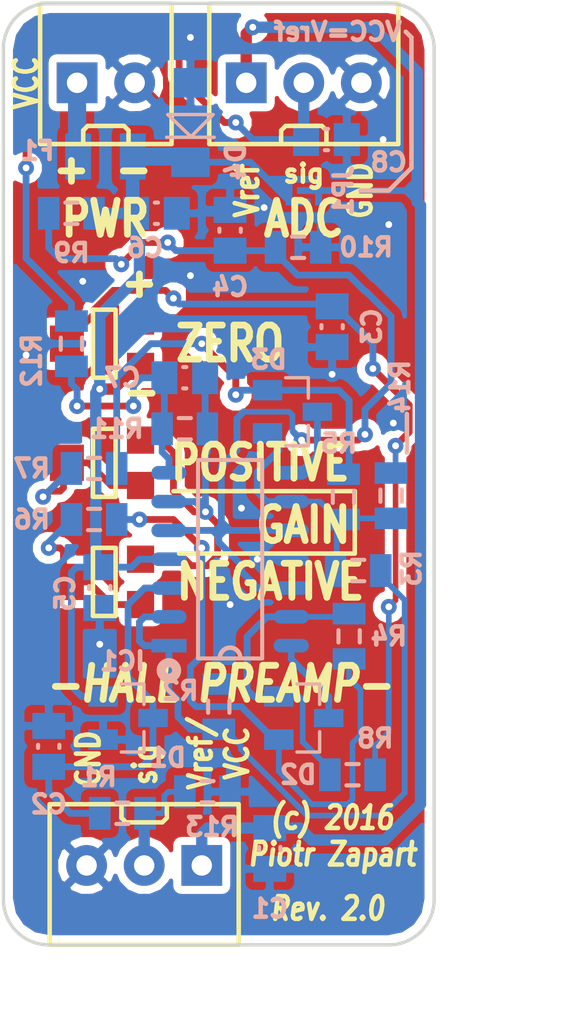
<source format=kicad_pcb>
(kicad_pcb (version 4) (host pcbnew 4.0.4-stable)

  (general
    (links 82)
    (no_connects 0)
    (area 147.674998 47.424998 166.825002 89.075002)
    (thickness 1.6)
    (drawings 39)
    (tracks 422)
    (zones 0)
    (modules 44)
    (nets 21)
  )

  (page A4)
  (layers
    (0 F.Cu signal)
    (31 B.Cu signal)
    (32 B.Adhes user)
    (33 F.Adhes user)
    (34 B.Paste user)
    (35 F.Paste user)
    (36 B.SilkS user)
    (37 F.SilkS user)
    (38 B.Mask user)
    (39 F.Mask user)
    (40 Dwgs.User user)
    (41 Cmts.User user)
    (42 Eco1.User user)
    (43 Eco2.User user)
    (44 Edge.Cuts user)
    (45 Margin user)
    (46 B.CrtYd user hide)
    (47 F.CrtYd user)
    (48 B.Fab user hide)
    (49 F.Fab user hide)
  )

  (setup
    (last_trace_width 0.25)
    (user_trace_width 0.25)
    (user_trace_width 0.3)
    (user_trace_width 0.5)
    (user_trace_width 0.6)
    (user_trace_width 0.8)
    (trace_clearance 0.199)
    (zone_clearance 0.508)
    (zone_45_only no)
    (trace_min 0.25)
    (segment_width 0.2)
    (edge_width 0.15)
    (via_size 0.6)
    (via_drill 0.4)
    (via_min_size 0.6)
    (via_min_drill 0.3)
    (user_via 0.7 0.3)
    (uvia_size 0.3)
    (uvia_drill 0.1)
    (uvias_allowed no)
    (uvia_min_size 0.2)
    (uvia_min_drill 0.1)
    (pcb_text_width 0.3)
    (pcb_text_size 1.5 1.5)
    (mod_edge_width 0.15)
    (mod_text_size 1 1)
    (mod_text_width 0.15)
    (pad_size 1.8 1.8)
    (pad_drill 0.9)
    (pad_to_mask_clearance 0.2)
    (aux_axis_origin 0 0)
    (grid_origin 147.75 47.5)
    (visible_elements 7FFFFFFF)
    (pcbplotparams
      (layerselection 0x311f0_80000001)
      (usegerberextensions false)
      (excludeedgelayer true)
      (linewidth 0.200000)
      (plotframeref false)
      (viasonmask false)
      (mode 1)
      (useauxorigin false)
      (hpglpennumber 1)
      (hpglpenspeed 20)
      (hpglpendiameter 15)
      (hpglpenoverlay 2)
      (psnegative false)
      (psa4output false)
      (plotreference true)
      (plotvalue true)
      (plotinvisibletext false)
      (padsonsilk false)
      (subtractmaskfromsilk false)
      (outputformat 4)
      (mirror false)
      (drillshape 0)
      (scaleselection 1)
      (outputdirectory ../../../Gerbers/HallPreMini/))
  )

  (net 0 "")
  (net 1 /VREF)
  (net 2 GND)
  (net 3 "Net-(C2-Pad1)")
  (net 4 "Net-(C3-Pad1)")
  (net 5 /Vmid)
  (net 6 /VDD)
  (net 7 "Net-(C7-Pad1)")
  (net 8 "Net-(C7-Pad2)")
  (net 9 "Net-(D2-Pad1)")
  (net 10 "Net-(D2-Pad2)")
  (net 11 "Net-(D2-Pad3)")
  (net 12 "Net-(D3-Pad1)")
  (net 13 "Net-(D3-Pad2)")
  (net 14 "Net-(D3-Pad3)")
  (net 15 /VIN)
  (net 16 "Net-(P1-Pad2)")
  (net 17 "Net-(R6-Pad1)")
  (net 18 "Net-(R7-Pad1)")
  (net 19 "Net-(IC1-Pad1)")
  (net 20 "Net-(C8-Pad1)")

  (net_class Default "This is the default net class."
    (clearance 0.199)
    (trace_width 0.25)
    (via_dia 0.6)
    (via_drill 0.4)
    (uvia_dia 0.3)
    (uvia_drill 0.1)
    (add_net /VDD)
    (add_net /VIN)
    (add_net /VREF)
    (add_net /Vmid)
    (add_net GND)
    (add_net "Net-(C2-Pad1)")
    (add_net "Net-(C3-Pad1)")
    (add_net "Net-(C7-Pad1)")
    (add_net "Net-(C7-Pad2)")
    (add_net "Net-(C8-Pad1)")
    (add_net "Net-(D2-Pad1)")
    (add_net "Net-(D2-Pad2)")
    (add_net "Net-(D2-Pad3)")
    (add_net "Net-(D3-Pad1)")
    (add_net "Net-(D3-Pad2)")
    (add_net "Net-(D3-Pad3)")
    (add_net "Net-(IC1-Pad1)")
    (add_net "Net-(P1-Pad2)")
    (add_net "Net-(R6-Pad1)")
    (add_net "Net-(R7-Pad1)")
  )

  (module H_pots:Trimpot_SMD_mini (layer F.Cu) (tedit 57CE93AB) (tstamp 57A866D7)
    (at 152 67.75 90)
    (path /57A903B6)
    (fp_text reference RV3 (at 0.5 4.75 90) (layer F.SilkS) hide
      (effects (font (size 1 1) (thickness 0.15)))
    )
    (fp_text value 10k (at 0.05 -3.3 90) (layer F.Fab)
      (effects (font (size 0.8 0.8) (thickness 0.2)))
    )
    (fp_line (start -1.5 -0.3) (end 1.5 -0.3) (layer F.SilkS) (width 0.2))
    (fp_line (start 1.5 -0.3) (end 1.5 0.7) (layer F.SilkS) (width 0.2))
    (fp_line (start 1.5 0.7) (end -1.5 0.7) (layer F.SilkS) (width 0.2))
    (fp_line (start -1.5 0.7) (end -1.5 -0.3) (layer F.SilkS) (width 0.2))
    (pad 3 smd rect (at 1 1.8 90) (size 1.2 1.2) (layers F.Cu F.Paste F.Mask)
      (net 7 "Net-(C7-Pad1)"))
    (pad 2 smd rect (at 0 -1.45 90) (size 1.6 1.5) (layers F.Cu F.Paste F.Mask)
      (net 18 "Net-(R7-Pad1)"))
    (pad 1 smd rect (at -1 1.8 90) (size 1.2 1.2) (layers F.Cu F.Paste F.Mask)
      (net 18 "Net-(R7-Pad1)"))
    (model I:/Electronics/Projects/Hardware/kicad_libs/3d_models/smd_resistors/trim_murata_pva2a.wrl
      (at (xyz 0 0 0))
      (scale (xyz 1.3 1.3 1.3))
      (rotate (xyz 0 0 0))
    )
  )

  (module H_vias:Via0703_GND (layer F.Cu) (tedit 57A8784F) (tstamp 57A89764)
    (at 156 49)
    (fp_text reference Via0703_GND (at 0.00508 -0.42164) (layer F.Fab) hide
      (effects (font (size 0.127 0.127) (thickness 0.01)))
    )
    (fp_text value VAL** (at 0.03556 0.44196) (layer F.Fab) hide
      (effects (font (size 0.127 0.127) (thickness 0.01)))
    )
    (pad 1 thru_hole circle (at 0 0) (size 0.7 0.7) (drill 0.3) (layers *.Cu)
      (net 2 GND) (zone_connect 2))
  )

  (module H_vias:Via0703_GND (layer F.Cu) (tedit 57A8784F) (tstamp 57A89671)
    (at 151.25 59.75)
    (fp_text reference Via0703_GND (at 0.00508 -0.42164) (layer F.Fab) hide
      (effects (font (size 0.127 0.127) (thickness 0.01)))
    )
    (fp_text value VAL** (at 0.03556 0.44196) (layer F.Fab) hide
      (effects (font (size 0.127 0.127) (thickness 0.01)))
    )
    (pad 1 thru_hole circle (at 0 0) (size 0.7 0.7) (drill 0.3) (layers *.Cu)
      (net 2 GND) (zone_connect 2))
  )

  (module H_vias:Via0703_GND (layer F.Cu) (tedit 57A8784F) (tstamp 57A8966D)
    (at 156 59.5)
    (fp_text reference Via0703_GND (at 0.00508 -0.42164) (layer F.Fab) hide
      (effects (font (size 0.127 0.127) (thickness 0.01)))
    )
    (fp_text value VAL** (at 0.03556 0.44196) (layer F.Fab) hide
      (effects (font (size 0.127 0.127) (thickness 0.01)))
    )
    (pad 1 thru_hole circle (at 0 0) (size 0.7 0.7) (drill 0.3) (layers *.Cu)
      (net 2 GND) (zone_connect 2))
  )

  (module H_vias:Via0703_GND (layer F.Cu) (tedit 57A8784F) (tstamp 57AB99FC)
    (at 148.75 63)
    (fp_text reference Via0703_GND (at 0.00508 -0.42164) (layer F.Fab) hide
      (effects (font (size 0.127 0.127) (thickness 0.01)))
    )
    (fp_text value VAL** (at 0.03556 0.44196) (layer F.Fab) hide
      (effects (font (size 0.127 0.127) (thickness 0.01)))
    )
    (pad 1 thru_hole circle (at 0 0) (size 0.7 0.7) (drill 0.3) (layers *.Cu)
      (net 2 GND) (zone_connect 2))
  )

  (module H_vias:Via0703_GND (layer F.Cu) (tedit 57A8784F) (tstamp 57AB99F6)
    (at 158.25 69.75)
    (fp_text reference Via0703_GND (at 0.00508 -0.42164) (layer F.Fab) hide
      (effects (font (size 0.127 0.127) (thickness 0.01)))
    )
    (fp_text value VAL** (at 0.03556 0.44196) (layer F.Fab) hide
      (effects (font (size 0.127 0.127) (thickness 0.01)))
    )
    (pad 1 thru_hole circle (at 0 0) (size 0.7 0.7) (drill 0.3) (layers *.Cu)
      (net 2 GND) (zone_connect 2))
  )

  (module H_vias:Via0703_GND (layer F.Cu) (tedit 57A8784F) (tstamp 57AB99EC)
    (at 164.75 57.25)
    (fp_text reference Via0703_GND (at 0.00508 -0.42164) (layer F.Fab) hide
      (effects (font (size 0.127 0.127) (thickness 0.01)))
    )
    (fp_text value VAL** (at 0.03556 0.44196) (layer F.Fab) hide
      (effects (font (size 0.127 0.127) (thickness 0.01)))
    )
    (pad 1 thru_hole circle (at 0 0) (size 0.7 0.7) (drill 0.3) (layers *.Cu)
      (net 2 GND) (zone_connect 2))
  )

  (module H_vias:Via0703_GND (layer F.Cu) (tedit 57A8784F) (tstamp 57AB99E2)
    (at 164.5 53.5)
    (fp_text reference Via0703_GND (at 0.00508 -0.42164) (layer F.Fab) hide
      (effects (font (size 0.127 0.127) (thickness 0.01)))
    )
    (fp_text value VAL** (at 0.03556 0.44196) (layer F.Fab) hide
      (effects (font (size 0.127 0.127) (thickness 0.01)))
    )
    (pad 1 thru_hole circle (at 0 0) (size 0.7 0.7) (drill 0.3) (layers *.Cu)
      (net 2 GND) (zone_connect 2))
  )

  (module H_vias:Via0703_GND (layer F.Cu) (tedit 57A8784F) (tstamp 57AB946A)
    (at 157.75 74)
    (fp_text reference Via0703_GND (at 0.00508 -0.42164) (layer F.Fab) hide
      (effects (font (size 0.127 0.127) (thickness 0.01)))
    )
    (fp_text value VAL** (at 0.03556 0.44196) (layer F.Fab) hide
      (effects (font (size 0.127 0.127) (thickness 0.01)))
    )
    (pad 1 thru_hole circle (at 0 0) (size 0.7 0.7) (drill 0.3) (layers *.Cu)
      (net 2 GND) (zone_connect 2))
  )

  (module H_vias:Via0703_GND (layer F.Cu) (tedit 57A8784F) (tstamp 57AB9460)
    (at 164.95 66)
    (fp_text reference Via0703_GND (at 0.00508 -0.42164) (layer F.Fab) hide
      (effects (font (size 0.127 0.127) (thickness 0.01)))
    )
    (fp_text value VAL** (at 0.03556 0.44196) (layer F.Fab) hide
      (effects (font (size 0.127 0.127) (thickness 0.01)))
    )
    (pad 1 thru_hole circle (at 0 0) (size 0.7 0.7) (drill 0.3) (layers *.Cu)
      (net 2 GND) (zone_connect 2))
  )

  (module H_smd_passives:CAPC_0805_2012X70N (layer B.Cu) (tedit 55F3DAB9) (tstamp 57A86556)
    (at 159.5 84.75 270)
    (descr "Capacitor,non-polarized,Chip;2.00mm L X 1.25mm W X 0.70mm H")
    (tags "CMS XXX")
    (path /57A2EE80)
    (attr smd)
    (fp_text reference C1 (at 2.65 0 360) (layer B.SilkS)
      (effects (font (size 0.8 0.8) (thickness 0.2)) (justify mirror))
    )
    (fp_text value 1µ (at 0 0 270) (layer B.Fab)
      (effects (font (size 0.8 0.8) (thickness 0.2)) (justify mirror))
    )
    (fp_line (start -0.06858 -0.4699) (end 0.06858 -0.4699) (layer B.SilkS) (width 0.1778))
    (fp_line (start 0.06858 -0.4699) (end -0.06858 -0.4699) (layer B.SilkS) (width 0.1778))
    (fp_line (start -0.06858 0.4699) (end 0.06858 0.4699) (layer B.SilkS) (width 0.1778))
    (fp_line (start 0.06858 0.4699) (end -0.06858 0.4699) (layer B.SilkS) (width 0.1778))
    (pad 1 smd rect (at -0.89916 0 270) (size 1.14808 1.4478) (layers B.Cu B.Paste B.Mask)
      (net 1 /VREF))
    (pad 2 smd rect (at 0.89916 0 270) (size 1.14808 1.4478) (layers B.Cu B.Paste B.Mask)
      (net 2 GND))
    (model Capacitors_SMD.3dshapes/C_0805_HandSoldering.wrl
      (at (xyz 0 0 0))
      (scale (xyz 1 1 1))
      (rotate (xyz 0 0 0))
    )
  )

  (module H_smd_passives:CAPC_0805_2012X70N (layer B.Cu) (tedit 57A89578) (tstamp 57A86560)
    (at 149.75 80.25 90)
    (descr "Capacitor,non-polarized,Chip;2.00mm L X 1.25mm W X 0.70mm H")
    (tags "CMS XXX")
    (path /57A06169)
    (attr smd)
    (fp_text reference C2 (at -2.55 0 180) (layer B.SilkS)
      (effects (font (size 0.8 0.8) (thickness 0.2)) (justify mirror))
    )
    (fp_text value 10n (at 0 0 90) (layer B.Fab)
      (effects (font (size 0.8 0.8) (thickness 0.2)) (justify mirror))
    )
    (fp_line (start -0.06858 -0.4699) (end 0.06858 -0.4699) (layer B.SilkS) (width 0.1778))
    (fp_line (start 0.06858 -0.4699) (end -0.06858 -0.4699) (layer B.SilkS) (width 0.1778))
    (fp_line (start -0.06858 0.4699) (end 0.06858 0.4699) (layer B.SilkS) (width 0.1778))
    (fp_line (start 0.06858 0.4699) (end -0.06858 0.4699) (layer B.SilkS) (width 0.1778))
    (pad 1 smd rect (at -0.89916 0 90) (size 1.14808 1.4478) (layers B.Cu B.Paste B.Mask)
      (net 3 "Net-(C2-Pad1)"))
    (pad 2 smd rect (at 0.89916 0 90) (size 1.14808 1.4478) (layers B.Cu B.Paste B.Mask)
      (net 2 GND))
    (model Capacitors_SMD.3dshapes/C_0805_HandSoldering.wrl
      (at (xyz 0 0 0))
      (scale (xyz 1 1 1))
      (rotate (xyz 0 0 0))
    )
  )

  (module H_smd_passives:CAPC_0805_2012X70N (layer B.Cu) (tedit 55F3DAB9) (tstamp 57A8656A)
    (at 162.25 61.75 270)
    (descr "Capacitor,non-polarized,Chip;2.00mm L X 1.25mm W X 0.70mm H")
    (tags "CMS XXX")
    (path /57A963CC)
    (attr smd)
    (fp_text reference C3 (at 0 -1.75 270) (layer B.SilkS)
      (effects (font (size 0.8 0.8) (thickness 0.2)) (justify mirror))
    )
    (fp_text value 100n (at 0 0 270) (layer B.Fab)
      (effects (font (size 0.8 0.8) (thickness 0.2)) (justify mirror))
    )
    (fp_line (start -0.06858 -0.4699) (end 0.06858 -0.4699) (layer B.SilkS) (width 0.1778))
    (fp_line (start 0.06858 -0.4699) (end -0.06858 -0.4699) (layer B.SilkS) (width 0.1778))
    (fp_line (start -0.06858 0.4699) (end 0.06858 0.4699) (layer B.SilkS) (width 0.1778))
    (fp_line (start 0.06858 0.4699) (end -0.06858 0.4699) (layer B.SilkS) (width 0.1778))
    (pad 1 smd rect (at -0.89916 0 270) (size 1.14808 1.4478) (layers B.Cu B.Paste B.Mask)
      (net 4 "Net-(C3-Pad1)"))
    (pad 2 smd rect (at 0.89916 0 270) (size 1.14808 1.4478) (layers B.Cu B.Paste B.Mask)
      (net 2 GND))
    (model Capacitors_SMD.3dshapes/C_0805_HandSoldering.wrl
      (at (xyz 0 0 0))
      (scale (xyz 1 1 1))
      (rotate (xyz 0 0 0))
    )
  )

  (module H_smd_passives:CAPC_0805_2012X70N (layer B.Cu) (tedit 55F3DAB9) (tstamp 57A86574)
    (at 157.75 57.5 90)
    (descr "Capacitor,non-polarized,Chip;2.00mm L X 1.25mm W X 0.70mm H")
    (tags "CMS XXX")
    (path /57A1A9AA)
    (attr smd)
    (fp_text reference C4 (at -2.5 0 180) (layer B.SilkS)
      (effects (font (size 0.8 0.8) (thickness 0.2)) (justify mirror))
    )
    (fp_text value 1µ (at 0 0 90) (layer B.Fab)
      (effects (font (size 0.8 0.8) (thickness 0.2)) (justify mirror))
    )
    (fp_line (start -0.06858 -0.4699) (end 0.06858 -0.4699) (layer B.SilkS) (width 0.1778))
    (fp_line (start 0.06858 -0.4699) (end -0.06858 -0.4699) (layer B.SilkS) (width 0.1778))
    (fp_line (start -0.06858 0.4699) (end 0.06858 0.4699) (layer B.SilkS) (width 0.1778))
    (fp_line (start 0.06858 0.4699) (end -0.06858 0.4699) (layer B.SilkS) (width 0.1778))
    (pad 1 smd rect (at -0.89916 0 90) (size 1.14808 1.4478) (layers B.Cu B.Paste B.Mask)
      (net 5 /Vmid))
    (pad 2 smd rect (at 0.89916 0 90) (size 1.14808 1.4478) (layers B.Cu B.Paste B.Mask)
      (net 2 GND))
    (model Capacitors_SMD.3dshapes/C_0805_HandSoldering.wrl
      (at (xyz 0 0 0))
      (scale (xyz 1 1 1))
      (rotate (xyz 0 0 0))
    )
  )

  (module H_smd_passives:CAPC_0805_2012X70N (layer B.Cu) (tedit 55F3DAB9) (tstamp 57A8657E)
    (at 152 73.25 270)
    (descr "Capacitor,non-polarized,Chip;2.00mm L X 1.25mm W X 0.70mm H")
    (tags "CMS XXX")
    (path /57A06F94)
    (attr smd)
    (fp_text reference C5 (at 0.254 1.524 270) (layer B.SilkS)
      (effects (font (size 0.8 0.8) (thickness 0.2)) (justify mirror))
    )
    (fp_text value 100n (at 0 0 270) (layer B.Fab)
      (effects (font (size 0.8 0.8) (thickness 0.2)) (justify mirror))
    )
    (fp_line (start -0.06858 -0.4699) (end 0.06858 -0.4699) (layer B.SilkS) (width 0.1778))
    (fp_line (start 0.06858 -0.4699) (end -0.06858 -0.4699) (layer B.SilkS) (width 0.1778))
    (fp_line (start -0.06858 0.4699) (end 0.06858 0.4699) (layer B.SilkS) (width 0.1778))
    (fp_line (start 0.06858 0.4699) (end -0.06858 0.4699) (layer B.SilkS) (width 0.1778))
    (pad 1 smd rect (at -0.89916 0 270) (size 1.14808 1.4478) (layers B.Cu B.Paste B.Mask)
      (net 6 /VDD))
    (pad 2 smd rect (at 0.89916 0 270) (size 1.14808 1.4478) (layers B.Cu B.Paste B.Mask)
      (net 2 GND))
    (model Capacitors_SMD.3dshapes/C_0805_HandSoldering.wrl
      (at (xyz 0 0 0))
      (scale (xyz 1 1 1))
      (rotate (xyz 0 0 0))
    )
  )

  (module H_smd_passives:CAPC_0805_2012X70N (layer B.Cu) (tedit 55F3DAB9) (tstamp 57A86588)
    (at 154.5 56.75)
    (descr "Capacitor,non-polarized,Chip;2.00mm L X 1.25mm W X 0.70mm H")
    (tags "CMS XXX")
    (path /57A07028)
    (attr smd)
    (fp_text reference C6 (at -0.5 1.524) (layer B.SilkS)
      (effects (font (size 0.8 0.8) (thickness 0.2)) (justify mirror))
    )
    (fp_text value 1µ (at 0 0) (layer B.Fab)
      (effects (font (size 0.8 0.8) (thickness 0.2)) (justify mirror))
    )
    (fp_line (start -0.06858 -0.4699) (end 0.06858 -0.4699) (layer B.SilkS) (width 0.1778))
    (fp_line (start 0.06858 -0.4699) (end -0.06858 -0.4699) (layer B.SilkS) (width 0.1778))
    (fp_line (start -0.06858 0.4699) (end 0.06858 0.4699) (layer B.SilkS) (width 0.1778))
    (fp_line (start 0.06858 0.4699) (end -0.06858 0.4699) (layer B.SilkS) (width 0.1778))
    (pad 1 smd rect (at -0.89916 0) (size 1.14808 1.4478) (layers B.Cu B.Paste B.Mask)
      (net 6 /VDD))
    (pad 2 smd rect (at 0.89916 0) (size 1.14808 1.4478) (layers B.Cu B.Paste B.Mask)
      (net 2 GND))
    (model Capacitors_SMD.3dshapes/C_0805_HandSoldering.wrl
      (at (xyz 0 0 0))
      (scale (xyz 1 1 1))
      (rotate (xyz 0 0 0))
    )
  )

  (module H_smd_passives:CAPC_0805_2012X70N (layer B.Cu) (tedit 55F3DAB9) (tstamp 57A86592)
    (at 155.75 64 180)
    (descr "Capacitor,non-polarized,Chip;2.00mm L X 1.25mm W X 0.70mm H")
    (tags "CMS XXX")
    (path /57A93EC5)
    (attr smd)
    (fp_text reference C7 (at 2.75 0 180) (layer B.SilkS)
      (effects (font (size 0.8 0.8) (thickness 0.2)) (justify mirror))
    )
    (fp_text value 100n (at 0 0 180) (layer B.Fab)
      (effects (font (size 0.8 0.8) (thickness 0.2)) (justify mirror))
    )
    (fp_line (start -0.06858 -0.4699) (end 0.06858 -0.4699) (layer B.SilkS) (width 0.1778))
    (fp_line (start 0.06858 -0.4699) (end -0.06858 -0.4699) (layer B.SilkS) (width 0.1778))
    (fp_line (start -0.06858 0.4699) (end 0.06858 0.4699) (layer B.SilkS) (width 0.1778))
    (fp_line (start 0.06858 0.4699) (end -0.06858 0.4699) (layer B.SilkS) (width 0.1778))
    (pad 1 smd rect (at -0.89916 0 180) (size 1.14808 1.4478) (layers B.Cu B.Paste B.Mask)
      (net 7 "Net-(C7-Pad1)"))
    (pad 2 smd rect (at 0.89916 0 180) (size 1.14808 1.4478) (layers B.Cu B.Paste B.Mask)
      (net 8 "Net-(C7-Pad2)"))
    (model Capacitors_SMD.3dshapes/C_0805_HandSoldering.wrl
      (at (xyz 0 0 0))
      (scale (xyz 1 1 1))
      (rotate (xyz 0 0 0))
    )
  )

  (module H_SOT:SOT-23 (layer B.Cu) (tedit 55F66754) (tstamp 57A865A5)
    (at 153.25 79)
    (path /57A889C9)
    (fp_text reference D1 (at 1.75 1.75) (layer B.SilkS)
      (effects (font (size 0.8 0.8) (thickness 0.2)) (justify mirror))
    )
    (fp_text value BAT54S (at 0.05 0.15 90) (layer B.Fab)
      (effects (font (size 0.8 0.8) (thickness 0.2)) (justify mirror))
    )
    (fp_line (start -2 1.75) (end 2 1.75) (layer B.CrtYd) (width 0.15))
    (fp_line (start 2 1.75) (end 2 -1.75) (layer B.CrtYd) (width 0.15))
    (fp_line (start 2 -1.75) (end -2 -1.75) (layer B.CrtYd) (width 0.15))
    (fp_line (start -2 -1.75) (end -2 1.75) (layer B.CrtYd) (width 0.15))
    (fp_line (start 0.7 -0.6) (end 0.7 -1.5) (layer B.SilkS) (width 0.15))
    (fp_line (start 0.7 -1.5) (end -0.3 -1.5) (layer B.SilkS) (width 0.15))
    (fp_line (start -0.3 1.5) (end 0.7 1.5) (layer B.SilkS) (width 0.15))
    (fp_line (start 0.7 1.5) (end 0.7 0.6) (layer B.SilkS) (width 0.15))
    (fp_line (start -0.7 1.5) (end 0.7 1.5) (layer B.Fab) (width 0.15))
    (fp_line (start 0.7 1.5) (end 0.7 -1.5) (layer B.Fab) (width 0.15))
    (fp_line (start 0.7 -1.5) (end -0.7 -1.5) (layer B.Fab) (width 0.15))
    (fp_line (start -0.7 -1.5) (end -0.7 1.5) (layer B.Fab) (width 0.15))
    (pad 1 smd rect (at -1.1 0.95) (size 1.3 0.9) (layers B.Cu B.Paste B.Mask)
      (net 2 GND))
    (pad 2 smd rect (at -1.1 -0.95) (size 1.3 0.9) (layers B.Cu B.Paste B.Mask)
      (net 6 /VDD))
    (pad 3 smd rect (at 1.1 0) (size 1.3 0.8) (layers B.Cu B.Paste B.Mask)
      (net 3 "Net-(C2-Pad1)"))
    (model I:/Electronics/Projects/Hardware/kicad_libs/3d_models/smd_transistor/sot23.wrl
      (at (xyz 0 0 0))
      (scale (xyz 1 1 1))
      (rotate (xyz 0 0 90))
    )
  )

  (module H_SOT:SOT-23 (layer B.Cu) (tedit 55F66754) (tstamp 57A865B8)
    (at 161 79)
    (path /57A8B570)
    (fp_text reference D2 (at -0.25 2.5) (layer B.SilkS)
      (effects (font (size 0.8 0.8) (thickness 0.2)) (justify mirror))
    )
    (fp_text value BAT54S (at 0.05 -0.2 90) (layer B.Fab)
      (effects (font (size 0.8 0.8) (thickness 0.2)) (justify mirror))
    )
    (fp_line (start -2 1.75) (end 2 1.75) (layer B.CrtYd) (width 0.15))
    (fp_line (start 2 1.75) (end 2 -1.75) (layer B.CrtYd) (width 0.15))
    (fp_line (start 2 -1.75) (end -2 -1.75) (layer B.CrtYd) (width 0.15))
    (fp_line (start -2 -1.75) (end -2 1.75) (layer B.CrtYd) (width 0.15))
    (fp_line (start 0.7 -0.6) (end 0.7 -1.5) (layer B.SilkS) (width 0.15))
    (fp_line (start 0.7 -1.5) (end -0.3 -1.5) (layer B.SilkS) (width 0.15))
    (fp_line (start -0.3 1.5) (end 0.7 1.5) (layer B.SilkS) (width 0.15))
    (fp_line (start 0.7 1.5) (end 0.7 0.6) (layer B.SilkS) (width 0.15))
    (fp_line (start -0.7 1.5) (end 0.7 1.5) (layer B.Fab) (width 0.15))
    (fp_line (start 0.7 1.5) (end 0.7 -1.5) (layer B.Fab) (width 0.15))
    (fp_line (start 0.7 -1.5) (end -0.7 -1.5) (layer B.Fab) (width 0.15))
    (fp_line (start -0.7 -1.5) (end -0.7 1.5) (layer B.Fab) (width 0.15))
    (pad 1 smd rect (at -1.1 0.95) (size 1.3 0.9) (layers B.Cu B.Paste B.Mask)
      (net 9 "Net-(D2-Pad1)"))
    (pad 2 smd rect (at -1.1 -0.95) (size 1.3 0.9) (layers B.Cu B.Paste B.Mask)
      (net 10 "Net-(D2-Pad2)"))
    (pad 3 smd rect (at 1.1 0) (size 1.3 0.8) (layers B.Cu B.Paste B.Mask)
      (net 11 "Net-(D2-Pad3)"))
    (model I:/Electronics/Projects/Hardware/kicad_libs/3d_models/smd_transistor/sot23.wrl
      (at (xyz 0 0 0))
      (scale (xyz 1 1 1))
      (rotate (xyz 0 0 90))
    )
  )

  (module H_SOT:SOT-23 (layer B.Cu) (tedit 55F66754) (tstamp 57A865CB)
    (at 160.5 65.5)
    (path /57A8E110)
    (fp_text reference D3 (at -1.05 -2.3) (layer B.SilkS)
      (effects (font (size 0.8 0.8) (thickness 0.2)) (justify mirror))
    )
    (fp_text value BAT54S (at 0 0 90) (layer B.Fab)
      (effects (font (size 0.8 0.8) (thickness 0.2)) (justify mirror))
    )
    (fp_line (start -2 1.75) (end 2 1.75) (layer B.CrtYd) (width 0.15))
    (fp_line (start 2 1.75) (end 2 -1.75) (layer B.CrtYd) (width 0.15))
    (fp_line (start 2 -1.75) (end -2 -1.75) (layer B.CrtYd) (width 0.15))
    (fp_line (start -2 -1.75) (end -2 1.75) (layer B.CrtYd) (width 0.15))
    (fp_line (start 0.7 -0.6) (end 0.7 -1.5) (layer B.SilkS) (width 0.15))
    (fp_line (start 0.7 -1.5) (end -0.3 -1.5) (layer B.SilkS) (width 0.15))
    (fp_line (start -0.3 1.5) (end 0.7 1.5) (layer B.SilkS) (width 0.15))
    (fp_line (start 0.7 1.5) (end 0.7 0.6) (layer B.SilkS) (width 0.15))
    (fp_line (start -0.7 1.5) (end 0.7 1.5) (layer B.Fab) (width 0.15))
    (fp_line (start 0.7 1.5) (end 0.7 -1.5) (layer B.Fab) (width 0.15))
    (fp_line (start 0.7 -1.5) (end -0.7 -1.5) (layer B.Fab) (width 0.15))
    (fp_line (start -0.7 -1.5) (end -0.7 1.5) (layer B.Fab) (width 0.15))
    (pad 1 smd rect (at -1.1 0.95) (size 1.3 0.9) (layers B.Cu B.Paste B.Mask)
      (net 12 "Net-(D3-Pad1)"))
    (pad 2 smd rect (at -1.1 -0.95) (size 1.3 0.9) (layers B.Cu B.Paste B.Mask)
      (net 13 "Net-(D3-Pad2)"))
    (pad 3 smd rect (at 1.1 0) (size 1.3 0.8) (layers B.Cu B.Paste B.Mask)
      (net 14 "Net-(D3-Pad3)"))
    (model I:/Electronics/Projects/Hardware/kicad_libs/3d_models/smd_transistor/sot23.wrl
      (at (xyz 0 0 0))
      (scale (xyz 1 1 1))
      (rotate (xyz 0 0 90))
    )
  )

  (module H_diodes:Diode-MiniMELF_Standard (layer B.Cu) (tedit 57BDB911) (tstamp 57A865D5)
    (at 156 52.75 270)
    (descr "Diode Mini-MELF Standard")
    (tags "Diode Mini-MELF Standard")
    (path /57A26950)
    (attr smd)
    (fp_text reference D4 (at 1.75 -2 270) (layer B.SilkS)
      (effects (font (size 0.8 0.8) (thickness 0.2)) (justify mirror))
    )
    (fp_text value 1N4148 (at -0.15 0 270) (layer B.Fab)
      (effects (font (size 0.8 0.8) (thickness 0.2)) (justify mirror))
    )
    (fp_line (start 0.65024 -0.0508) (end -0.35052 1.00076) (layer B.SilkS) (width 0.15))
    (fp_line (start -0.35052 1.00076) (end -0.35052 -1.00076) (layer B.SilkS) (width 0.15))
    (fp_line (start -0.35052 -1.00076) (end 0.65024 0) (layer B.SilkS) (width 0.15))
    (fp_line (start 0.65024 1.04902) (end 0.65024 -1.04902) (layer B.SilkS) (width 0.15))
    (pad 1 smd rect (at -1.75006 0 270) (size 1.30048 1.69926) (layers B.Cu B.Paste B.Mask)
      (net 2 GND))
    (pad 2 smd rect (at 1.75006 0 270) (size 1.30048 1.69926) (layers B.Cu B.Paste B.Mask)
      (net 6 /VDD))
    (model I:/Electronics/Projects/Hardware/kicad_libs/3d_models/Diodes_SMD.3dshapes/MiniMELF_Standard.wrl
      (at (xyz 0 0 0))
      (scale (xyz 0.39 0.39 0.39))
      (rotate (xyz 0 0 0))
    )
  )

  (module H_Fuses:Fuse_SMD1206_Reflow (layer B.Cu) (tedit 57BDB906) (tstamp 57A865DB)
    (at 152.25 54.25 180)
    (descr "Fuse, Sicherung, SMD1206, Littlefuse-Wickmann, Reflow,")
    (tags "Fuse, Sicherung, SMD1206,  Littlefuse-Wickmann, Reflow,")
    (path /57A0B95B)
    (attr smd)
    (fp_text reference F1 (at 3 0.25 180) (layer B.SilkS)
      (effects (font (size 0.8 0.8) (thickness 0.2)) (justify mirror))
    )
    (fp_text value 50mA (at 0 -0.05 180) (layer B.Fab)
      (effects (font (size 0.8 0.8) (thickness 0.2)) (justify mirror))
    )
    (pad 1 smd rect (at -1.20396 0 90) (size 2.02946 1.14046) (layers B.Cu B.Paste B.Mask)
      (net 6 /VDD))
    (pad 2 smd rect (at 1.20396 0 90) (size 2.02946 1.14046) (layers B.Cu B.Paste B.Mask)
      (net 15 /VIN))
    (model I:/Electronics/Projects/Hardware/kicad_libs/3d_models/fuses/Polyfuse_1206.wrl
      (at (xyz 0 0 0))
      (scale (xyz 1 1 1))
      (rotate (xyz 0 0 0))
    )
  )

  (module H_soic:SOIC14 (layer B.Cu) (tedit 55F3DD6B) (tstamp 57A865F3)
    (at 157.75 72)
    (descr "SOIC,1.27mm pitch;14 pin,4.00mm W X 8.75mm L X 1.75mm H Body")
    (tags "CMS XXX")
    (path /57A05D76)
    (attr smd)
    (fp_text reference IC1 (at -4.75 4.5) (layer B.SilkS)
      (effects (font (size 0.8 0.8) (thickness 0.2)) (justify mirror))
    )
    (fp_text value MCP6004 (at 0.1 -1.778 270) (layer B.Fab)
      (effects (font (size 0.8 0.8) (thickness 0.2)) (justify mirror))
    )
    (fp_arc (start 0 4.35) (end 0.45 4.35) (angle -180) (layer B.SilkS) (width 0.2))
    (fp_circle (center -2.7 4.9) (end -2.6 4.8) (layer B.SilkS) (width 0.4))
    (fp_line (start 1.41478 4.37388) (end -1.41478 4.37388) (layer B.SilkS) (width 0.1778))
    (fp_line (start -1.41478 4.37388) (end -1.41478 -4.37388) (layer B.SilkS) (width 0.1778))
    (fp_line (start -1.41478 -4.37388) (end 1.41478 -4.37388) (layer B.SilkS) (width 0.1778))
    (fp_line (start 1.41478 -4.37388) (end 1.41478 4.37388) (layer B.SilkS) (width 0.1778))
    (pad 1 smd rect (at -2.69748 3.81) (size 1.55 0.6) (layers B.Cu B.Paste B.Mask)
      (net 19 "Net-(IC1-Pad1)"))
    (pad 2 smd oval (at -2.69748 2.54) (size 1.55 0.6) (layers B.Cu B.Paste B.Mask)
      (net 19 "Net-(IC1-Pad1)"))
    (pad 3 smd oval (at -2.69748 1.27) (size 1.55 0.6) (layers B.Cu B.Paste B.Mask)
      (net 3 "Net-(C2-Pad1)"))
    (pad 4 smd oval (at -2.69748 0) (size 1.55 0.6) (layers B.Cu B.Paste B.Mask)
      (net 6 /VDD))
    (pad 5 smd oval (at -2.69748 -1.27) (size 1.55 0.6) (layers B.Cu B.Paste B.Mask)
      (net 5 /Vmid))
    (pad 6 smd oval (at -2.69748 -2.54) (size 1.55 0.6) (layers B.Cu B.Paste B.Mask)
      (net 7 "Net-(C7-Pad1)"))
    (pad 7 smd oval (at -2.69748 -3.81) (size 1.55 0.6) (layers B.Cu B.Paste B.Mask)
      (net 8 "Net-(C7-Pad2)"))
    (pad 8 smd oval (at 2.69748 -3.81) (size 1.55 0.6) (layers B.Cu B.Paste B.Mask)
      (net 14 "Net-(D3-Pad3)"))
    (pad 9 smd oval (at 2.69748 -2.54) (size 1.55 0.6) (layers B.Cu B.Paste B.Mask)
      (net 12 "Net-(D3-Pad1)"))
    (pad 10 smd oval (at 2.69748 -1.27) (size 1.55 0.6) (layers B.Cu B.Paste B.Mask)
      (net 5 /Vmid))
    (pad 11 smd oval (at 2.69748 0) (size 1.55 0.6) (layers B.Cu B.Paste B.Mask)
      (net 2 GND))
    (pad 12 smd oval (at 2.69748 1.27) (size 1.55 0.6) (layers B.Cu B.Paste B.Mask)
      (net 5 /Vmid))
    (pad 13 smd oval (at 2.69748 2.54) (size 1.55 0.6) (layers B.Cu B.Paste B.Mask)
      (net 10 "Net-(D2-Pad2)"))
    (pad 14 smd oval (at 2.69748 3.81) (size 1.55 0.6) (layers B.Cu B.Paste B.Mask)
      (net 11 "Net-(D2-Pad3)"))
    (model Housings_SOIC.3dshapes/SOIC-14_3.9x8.7mm_Pitch1.27mm.wrl
      (at (xyz 0 0 0))
      (scale (xyz 1 1 1))
      (rotate (xyz 0 0 0))
    )
  )

  (module H_pin_headers:1x3_254_socket_H (layer F.Cu) (tedit 57CE9BF5) (tstamp 57A8661C)
    (at 153.96 85.5)
    (path /57A05F83)
    (fp_text reference P1 (at -0.635 5.08) (layer F.SilkS) hide
      (effects (font (size 1 1) (thickness 0.15)))
    )
    (fp_text value CONN_01X03 (at 0 -3.81) (layer F.Fab) hide
      (effects (font (size 1 1) (thickness 0.15)))
    )
    (fp_line (start 0 -1.9) (end -0.8 -1.9) (layer F.SilkS) (width 0.2))
    (fp_line (start -0.8 -1.9) (end -1 -2.1) (layer F.SilkS) (width 0.2))
    (fp_line (start -1 -2.1) (end -1 -2.7) (layer F.SilkS) (width 0.2))
    (fp_line (start 0 -1.9) (end 0.8 -1.9) (layer F.SilkS) (width 0.2))
    (fp_line (start 0.8 -1.9) (end 1 -2.1) (layer F.SilkS) (width 0.2))
    (fp_line (start 1 -2.1) (end 1 -2.7) (layer F.SilkS) (width 0.2))
    (fp_line (start -4.17 -2.7) (end -4.17 3.5) (layer F.SilkS) (width 0.2))
    (fp_line (start -4.17 3.5) (end 4.17 3.5) (layer F.SilkS) (width 0.2))
    (fp_line (start 4.17 3.5) (end 4.17 -2.7) (layer F.SilkS) (width 0.2))
    (fp_line (start -4.17 -2.7) (end 4.17 -2.7) (layer F.SilkS) (width 0.2))
    (pad 1 thru_hole rect (at 2.54 0) (size 1.8 1.8) (drill 0.9) (layers *.Cu *.Mask)
      (net 1 /VREF))
    (pad 2 thru_hole circle (at 0 0) (size 1.8 1.8) (drill 0.9) (layers *.Cu *.Mask)
      (net 16 "Net-(P1-Pad2)"))
    (pad 3 thru_hole circle (at -2.54 0) (size 1.8 1.8) (drill 0.9) (layers *.Cu *.Mask)
      (net 2 GND))
    (model I:/Electronics/Projects/Hardware/kicad_libs/3d_models/conn_kk100/22-23-2031.wrl
      (at (xyz 0 0 0))
      (scale (xyz 1 1 1))
      (rotate (xyz 0 0 0))
    )
  )

  (module H_pin_headers:1x3_254_socket_H (layer F.Cu) (tedit 57CE9C03) (tstamp 57A8662D)
    (at 161 51 180)
    (path /57A9D57E)
    (fp_text reference P2 (at -0.635 5.08 180) (layer F.SilkS) hide
      (effects (font (size 1 1) (thickness 0.15)))
    )
    (fp_text value CONN_01X03 (at 0 -3.81 180) (layer F.Fab) hide
      (effects (font (size 1 1) (thickness 0.15)))
    )
    (fp_line (start 0 -1.9) (end -0.8 -1.9) (layer F.SilkS) (width 0.2))
    (fp_line (start -0.8 -1.9) (end -1 -2.1) (layer F.SilkS) (width 0.2))
    (fp_line (start -1 -2.1) (end -1 -2.7) (layer F.SilkS) (width 0.2))
    (fp_line (start 0 -1.9) (end 0.8 -1.9) (layer F.SilkS) (width 0.2))
    (fp_line (start 0.8 -1.9) (end 1 -2.1) (layer F.SilkS) (width 0.2))
    (fp_line (start 1 -2.1) (end 1 -2.7) (layer F.SilkS) (width 0.2))
    (fp_line (start -4.17 -2.7) (end -4.17 3.5) (layer F.SilkS) (width 0.2))
    (fp_line (start -4.17 3.5) (end 4.17 3.5) (layer F.SilkS) (width 0.2))
    (fp_line (start 4.17 3.5) (end 4.17 -2.7) (layer F.SilkS) (width 0.2))
    (fp_line (start -4.17 -2.7) (end 4.17 -2.7) (layer F.SilkS) (width 0.2))
    (pad 1 thru_hole rect (at 2.54 0 180) (size 1.8 1.8) (drill 0.9) (layers *.Cu *.Mask)
      (net 1 /VREF))
    (pad 2 thru_hole circle (at 0 0 180) (size 1.8 1.8) (drill 0.9) (layers *.Cu *.Mask)
      (net 20 "Net-(C8-Pad1)"))
    (pad 3 thru_hole circle (at -2.54 0 180) (size 1.8 1.8) (drill 0.9) (layers *.Cu *.Mask)
      (net 2 GND))
    (model I:/Electronics/Projects/Hardware/kicad_libs/3d_models/conn_kk100/22-23-2031.wrl
      (at (xyz 0 0 0))
      (scale (xyz 1 1 1))
      (rotate (xyz 0 0 0))
    )
  )

  (module H_pin_headers:1x2_254_socket_H (layer F.Cu) (tedit 57CE9C0B) (tstamp 57A8663E)
    (at 152.27 51 180)
    (path /57AA2907)
    (fp_text reference P3 (at 0 5.08 180) (layer F.SilkS) hide
      (effects (font (size 1 1) (thickness 0.15)))
    )
    (fp_text value CONN_01X02 (at 0 -3.81 180) (layer F.Fab) hide
      (effects (font (size 1 1) (thickness 0.15)))
    )
    (fp_line (start 0 -1.9) (end -0.8 -1.9) (layer F.SilkS) (width 0.2))
    (fp_line (start -0.8 -1.9) (end -1 -2.1) (layer F.SilkS) (width 0.2))
    (fp_line (start -1 -2.1) (end -1 -2.7) (layer F.SilkS) (width 0.2))
    (fp_line (start 0 -1.9) (end 0.8 -1.9) (layer F.SilkS) (width 0.2))
    (fp_line (start 0.8 -1.9) (end 1 -2.1) (layer F.SilkS) (width 0.2))
    (fp_line (start 1 -2.1) (end 1 -2.6) (layer F.SilkS) (width 0.2))
    (fp_line (start -2.9 -2.6) (end -2.9 3.5) (layer F.SilkS) (width 0.2))
    (fp_line (start -2.9 3.5) (end 2.9 3.5) (layer F.SilkS) (width 0.2))
    (fp_line (start 2.9 3.5) (end 2.9 -2.7) (layer F.SilkS) (width 0.2))
    (fp_line (start 0 -2.7) (end -2.9 -2.7) (layer F.SilkS) (width 0.2))
    (fp_line (start 0 -2.7) (end 2.9 -2.7) (layer F.SilkS) (width 0.2))
    (pad 1 thru_hole rect (at 1.27 0 180) (size 1.8 1.8) (drill 0.9) (layers *.Cu *.Mask)
      (net 15 /VIN))
    (pad 2 thru_hole circle (at -1.27 0 180) (size 1.8 1.8) (drill 0.9) (layers *.Cu *.Mask)
      (net 2 GND))
    (model I:/Electronics/Projects/Hardware/kicad_libs/3d_models/conn_kk100/22-23-2021.wrl
      (at (xyz 0 0 0))
      (scale (xyz 1 1 1))
      (rotate (xyz 0 0 0))
    )
  )

  (module H_smd_passives:RESC_0805_2012X50N (layer B.Cu) (tedit 55F3DA05) (tstamp 57A86648)
    (at 153 83.2)
    (descr "Resistor,Chip;2.05mm L X 1.25mm W X 0.50mm H")
    (tags "CMS XXX")
    (path /57A083CD)
    (attr smd)
    (fp_text reference R1 (at -1.05 -1.6) (layer B.SilkS)
      (effects (font (size 0.8 0.8) (thickness 0.2)) (justify mirror))
    )
    (fp_text value 1k (at 0 0) (layer B.Fab)
      (effects (font (size 0.8 0.8) (thickness 0.2)) (justify mirror))
    )
    (fp_line (start -0.26924 -0.4699) (end 0.26924 -0.4699) (layer B.SilkS) (width 0.1778))
    (fp_line (start 0.26924 -0.4699) (end -0.26924 -0.4699) (layer B.SilkS) (width 0.1778))
    (fp_line (start -0.26924 0.4699) (end 0.26924 0.4699) (layer B.SilkS) (width 0.1778))
    (fp_line (start 0.26924 0.4699) (end -0.26924 0.4699) (layer B.SilkS) (width 0.1778))
    (pad 1 smd rect (at -0.99822 0) (size 0.94996 1.4478) (layers B.Cu B.Paste B.Mask)
      (net 3 "Net-(C2-Pad1)"))
    (pad 2 smd rect (at 0.99822 0) (size 0.94996 1.4478) (layers B.Cu B.Paste B.Mask)
      (net 16 "Net-(P1-Pad2)"))
    (model Resistors_SMD.3dshapes/R_0805.wrl
      (at (xyz 0 0 0))
      (scale (xyz 1 1 1))
      (rotate (xyz 0 0 0))
    )
  )

  (module H_smd_passives:RESC_0805_2012X50N (layer B.Cu) (tedit 55F3DA05) (tstamp 57A86652)
    (at 157.25 78.5 270)
    (descr "Resistor,Chip;2.05mm L X 1.25mm W X 0.50mm H")
    (tags "CMS XXX")
    (path /57A0D91E)
    (attr smd)
    (fp_text reference R2 (at -0.7 1.7 360) (layer B.SilkS)
      (effects (font (size 0.8 0.8) (thickness 0.2)) (justify mirror))
    )
    (fp_text value 10k (at 0 0 270) (layer B.Fab)
      (effects (font (size 0.8 0.8) (thickness 0.2)) (justify mirror))
    )
    (fp_line (start -0.26924 -0.4699) (end 0.26924 -0.4699) (layer B.SilkS) (width 0.1778))
    (fp_line (start 0.26924 -0.4699) (end -0.26924 -0.4699) (layer B.SilkS) (width 0.1778))
    (fp_line (start -0.26924 0.4699) (end 0.26924 0.4699) (layer B.SilkS) (width 0.1778))
    (fp_line (start 0.26924 0.4699) (end -0.26924 0.4699) (layer B.SilkS) (width 0.1778))
    (pad 1 smd rect (at -0.99822 0 270) (size 0.94996 1.4478) (layers B.Cu B.Paste B.Mask)
      (net 10 "Net-(D2-Pad2)"))
    (pad 2 smd rect (at 0.99822 0 270) (size 0.94996 1.4478) (layers B.Cu B.Paste B.Mask)
      (net 19 "Net-(IC1-Pad1)"))
    (model Resistors_SMD.3dshapes/R_0805.wrl
      (at (xyz 0 0 0))
      (scale (xyz 1 1 1))
      (rotate (xyz 0 0 0))
    )
  )

  (module H_smd_passives:RESC_0805_2012X50N (layer B.Cu) (tedit 55F3DA05) (tstamp 57A8665C)
    (at 163.4 72.5)
    (descr "Resistor,Chip;2.05mm L X 1.25mm W X 0.50mm H")
    (tags "CMS XXX")
    (path /57A8E10A)
    (attr smd)
    (fp_text reference R3 (at 2.35 -0.1 90) (layer B.SilkS)
      (effects (font (size 0.8 0.8) (thickness 0.2)) (justify mirror))
    )
    (fp_text value 10k (at 0 0) (layer B.Fab)
      (effects (font (size 0.8 0.8) (thickness 0.2)) (justify mirror))
    )
    (fp_line (start -0.26924 -0.4699) (end 0.26924 -0.4699) (layer B.SilkS) (width 0.1778))
    (fp_line (start 0.26924 -0.4699) (end -0.26924 -0.4699) (layer B.SilkS) (width 0.1778))
    (fp_line (start -0.26924 0.4699) (end 0.26924 0.4699) (layer B.SilkS) (width 0.1778))
    (fp_line (start 0.26924 0.4699) (end -0.26924 0.4699) (layer B.SilkS) (width 0.1778))
    (pad 1 smd rect (at -0.99822 0) (size 0.94996 1.4478) (layers B.Cu B.Paste B.Mask)
      (net 12 "Net-(D3-Pad1)"))
    (pad 2 smd rect (at 0.99822 0) (size 0.94996 1.4478) (layers B.Cu B.Paste B.Mask)
      (net 19 "Net-(IC1-Pad1)"))
    (model Resistors_SMD.3dshapes/R_0805.wrl
      (at (xyz 0 0 0))
      (scale (xyz 1 1 1))
      (rotate (xyz 0 0 0))
    )
  )

  (module H_smd_passives:RESC_0805_2012X50N (layer B.Cu) (tedit 55F3DA05) (tstamp 57A86666)
    (at 163 75.4 90)
    (descr "Resistor,Chip;2.05mm L X 1.25mm W X 0.50mm H")
    (tags "CMS XXX")
    (path /57A8B93F)
    (attr smd)
    (fp_text reference R4 (at 0 1.75 180) (layer B.SilkS)
      (effects (font (size 0.8 0.8) (thickness 0.2)) (justify mirror))
    )
    (fp_text value 10k (at 0 0 90) (layer B.Fab)
      (effects (font (size 0.8 0.8) (thickness 0.2)) (justify mirror))
    )
    (fp_line (start -0.26924 -0.4699) (end 0.26924 -0.4699) (layer B.SilkS) (width 0.1778))
    (fp_line (start 0.26924 -0.4699) (end -0.26924 -0.4699) (layer B.SilkS) (width 0.1778))
    (fp_line (start -0.26924 0.4699) (end 0.26924 0.4699) (layer B.SilkS) (width 0.1778))
    (fp_line (start 0.26924 0.4699) (end -0.26924 0.4699) (layer B.SilkS) (width 0.1778))
    (pad 1 smd rect (at -0.99822 0 90) (size 0.94996 1.4478) (layers B.Cu B.Paste B.Mask)
      (net 9 "Net-(D2-Pad1)"))
    (pad 2 smd rect (at 0.99822 0 90) (size 0.94996 1.4478) (layers B.Cu B.Paste B.Mask)
      (net 10 "Net-(D2-Pad2)"))
    (model Resistors_SMD.3dshapes/R_0805.wrl
      (at (xyz 0 0 0))
      (scale (xyz 1 1 1))
      (rotate (xyz 0 0 0))
    )
  )

  (module H_smd_passives:RESC_0805_2012X50N (layer B.Cu) (tedit 55F3DA05) (tstamp 57A86670)
    (at 162.75 69.25 270)
    (descr "Resistor,Chip;2.05mm L X 1.25mm W X 0.50mm H")
    (tags "CMS XXX")
    (path /57A8E11B)
    (attr smd)
    (fp_text reference R5 (at -2.35 0.2 360) (layer B.SilkS)
      (effects (font (size 0.8 0.8) (thickness 0.2)) (justify mirror))
    )
    (fp_text value 10k (at 0 0 270) (layer B.Fab)
      (effects (font (size 0.8 0.8) (thickness 0.2)) (justify mirror))
    )
    (fp_line (start -0.26924 -0.4699) (end 0.26924 -0.4699) (layer B.SilkS) (width 0.1778))
    (fp_line (start 0.26924 -0.4699) (end -0.26924 -0.4699) (layer B.SilkS) (width 0.1778))
    (fp_line (start -0.26924 0.4699) (end 0.26924 0.4699) (layer B.SilkS) (width 0.1778))
    (fp_line (start 0.26924 0.4699) (end -0.26924 0.4699) (layer B.SilkS) (width 0.1778))
    (pad 1 smd rect (at -0.99822 0 270) (size 0.94996 1.4478) (layers B.Cu B.Paste B.Mask)
      (net 13 "Net-(D3-Pad2)"))
    (pad 2 smd rect (at 0.99822 0 270) (size 0.94996 1.4478) (layers B.Cu B.Paste B.Mask)
      (net 12 "Net-(D3-Pad1)"))
    (model Resistors_SMD.3dshapes/R_0805.wrl
      (at (xyz 0 0 0))
      (scale (xyz 1 1 1))
      (rotate (xyz 0 0 0))
    )
  )

  (module H_smd_passives:RESC_0805_2012X50N (layer B.Cu) (tedit 55F3DA05) (tstamp 57A8667A)
    (at 151.75 70.25)
    (descr "Resistor,Chip;2.05mm L X 1.25mm W X 0.50mm H")
    (tags "CMS XXX")
    (path /57A8DE11)
    (attr smd)
    (fp_text reference R6 (at -2.75 0) (layer B.SilkS)
      (effects (font (size 0.8 0.8) (thickness 0.2)) (justify mirror))
    )
    (fp_text value 3k3 (at 0 0) (layer B.Fab)
      (effects (font (size 0.8 0.8) (thickness 0.2)) (justify mirror))
    )
    (fp_line (start -0.26924 -0.4699) (end 0.26924 -0.4699) (layer B.SilkS) (width 0.1778))
    (fp_line (start 0.26924 -0.4699) (end -0.26924 -0.4699) (layer B.SilkS) (width 0.1778))
    (fp_line (start -0.26924 0.4699) (end 0.26924 0.4699) (layer B.SilkS) (width 0.1778))
    (fp_line (start 0.26924 0.4699) (end -0.26924 0.4699) (layer B.SilkS) (width 0.1778))
    (pad 1 smd rect (at -0.99822 0) (size 0.94996 1.4478) (layers B.Cu B.Paste B.Mask)
      (net 17 "Net-(R6-Pad1)"))
    (pad 2 smd rect (at 0.99822 0) (size 0.94996 1.4478) (layers B.Cu B.Paste B.Mask)
      (net 9 "Net-(D2-Pad1)"))
    (model Resistors_SMD.3dshapes/R_0805.wrl
      (at (xyz 0 0 0))
      (scale (xyz 1 1 1))
      (rotate (xyz 0 0 0))
    )
  )

  (module H_smd_passives:RESC_0805_2012X50N (layer B.Cu) (tedit 55F3DA05) (tstamp 57A86684)
    (at 151.75 68)
    (descr "Resistor,Chip;2.05mm L X 1.25mm W X 0.50mm H")
    (tags "CMS XXX")
    (path /57A903B0)
    (attr smd)
    (fp_text reference R7 (at -2.75 0) (layer B.SilkS)
      (effects (font (size 0.8 0.8) (thickness 0.2)) (justify mirror))
    )
    (fp_text value 3k3 (at 0 0) (layer B.Fab)
      (effects (font (size 0.8 0.8) (thickness 0.2)) (justify mirror))
    )
    (fp_line (start -0.26924 -0.4699) (end 0.26924 -0.4699) (layer B.SilkS) (width 0.1778))
    (fp_line (start 0.26924 -0.4699) (end -0.26924 -0.4699) (layer B.SilkS) (width 0.1778))
    (fp_line (start -0.26924 0.4699) (end 0.26924 0.4699) (layer B.SilkS) (width 0.1778))
    (fp_line (start 0.26924 0.4699) (end -0.26924 0.4699) (layer B.SilkS) (width 0.1778))
    (pad 1 smd rect (at -0.99822 0) (size 0.94996 1.4478) (layers B.Cu B.Paste B.Mask)
      (net 18 "Net-(R7-Pad1)"))
    (pad 2 smd rect (at 0.99822 0) (size 0.94996 1.4478) (layers B.Cu B.Paste B.Mask)
      (net 13 "Net-(D3-Pad2)"))
    (model Resistors_SMD.3dshapes/R_0805.wrl
      (at (xyz 0 0 0))
      (scale (xyz 1 1 1))
      (rotate (xyz 0 0 0))
    )
  )

  (module H_smd_passives:RESC_0805_2012X50N (layer B.Cu) (tedit 55F3DA05) (tstamp 57A8668E)
    (at 163.15 81.5)
    (descr "Resistor,Chip;2.05mm L X 1.25mm W X 0.50mm H")
    (tags "CMS XXX")
    (path /57A94AF5)
    (attr smd)
    (fp_text reference R8 (at 1 -1.6) (layer B.SilkS)
      (effects (font (size 0.8 0.8) (thickness 0.2)) (justify mirror))
    )
    (fp_text value 20k (at 0 0) (layer B.Fab)
      (effects (font (size 0.8 0.8) (thickness 0.2)) (justify mirror))
    )
    (fp_line (start -0.26924 -0.4699) (end 0.26924 -0.4699) (layer B.SilkS) (width 0.1778))
    (fp_line (start 0.26924 -0.4699) (end -0.26924 -0.4699) (layer B.SilkS) (width 0.1778))
    (fp_line (start -0.26924 0.4699) (end 0.26924 0.4699) (layer B.SilkS) (width 0.1778))
    (fp_line (start 0.26924 0.4699) (end -0.26924 0.4699) (layer B.SilkS) (width 0.1778))
    (pad 1 smd rect (at -0.99822 0) (size 0.94996 1.4478) (layers B.Cu B.Paste B.Mask)
      (net 10 "Net-(D2-Pad2)"))
    (pad 2 smd rect (at 0.99822 0) (size 0.94996 1.4478) (layers B.Cu B.Paste B.Mask)
      (net 4 "Net-(C3-Pad1)"))
    (model Resistors_SMD.3dshapes/R_0805.wrl
      (at (xyz 0 0 0))
      (scale (xyz 1 1 1))
      (rotate (xyz 0 0 0))
    )
  )

  (module H_smd_passives:RESC_0805_2012X50N (layer B.Cu) (tedit 55F3DA05) (tstamp 57A86698)
    (at 150.75 56.75 180)
    (descr "Resistor,Chip;2.05mm L X 1.25mm W X 0.50mm H")
    (tags "CMS XXX")
    (path /57A06003)
    (attr smd)
    (fp_text reference R9 (at 0 -1.75 180) (layer B.SilkS)
      (effects (font (size 0.8 0.8) (thickness 0.2)) (justify mirror))
    )
    (fp_text value 10k (at 0 0 180) (layer B.Fab)
      (effects (font (size 0.8 0.8) (thickness 0.2)) (justify mirror))
    )
    (fp_line (start -0.26924 -0.4699) (end 0.26924 -0.4699) (layer B.SilkS) (width 0.1778))
    (fp_line (start 0.26924 -0.4699) (end -0.26924 -0.4699) (layer B.SilkS) (width 0.1778))
    (fp_line (start -0.26924 0.4699) (end 0.26924 0.4699) (layer B.SilkS) (width 0.1778))
    (fp_line (start 0.26924 0.4699) (end -0.26924 0.4699) (layer B.SilkS) (width 0.1778))
    (pad 1 smd rect (at -0.99822 0 180) (size 0.94996 1.4478) (layers B.Cu B.Paste B.Mask)
      (net 6 /VDD))
    (pad 2 smd rect (at 0.99822 0 180) (size 0.94996 1.4478) (layers B.Cu B.Paste B.Mask)
      (net 5 /Vmid))
    (model Resistors_SMD.3dshapes/R_0805.wrl
      (at (xyz 0 0 0))
      (scale (xyz 1 1 1))
      (rotate (xyz 0 0 0))
    )
  )

  (module H_smd_passives:RESC_0805_2012X50N (layer B.Cu) (tedit 55F3DA05) (tstamp 57A866A2)
    (at 160.75 58.25)
    (descr "Resistor,Chip;2.05mm L X 1.25mm W X 0.50mm H")
    (tags "CMS XXX")
    (path /57A06E71)
    (attr smd)
    (fp_text reference R10 (at 3 0) (layer B.SilkS)
      (effects (font (size 0.8 0.8) (thickness 0.2)) (justify mirror))
    )
    (fp_text value 10k (at 0 0) (layer B.Fab)
      (effects (font (size 0.8 0.8) (thickness 0.2)) (justify mirror))
    )
    (fp_line (start -0.26924 -0.4699) (end 0.26924 -0.4699) (layer B.SilkS) (width 0.1778))
    (fp_line (start 0.26924 -0.4699) (end -0.26924 -0.4699) (layer B.SilkS) (width 0.1778))
    (fp_line (start -0.26924 0.4699) (end 0.26924 0.4699) (layer B.SilkS) (width 0.1778))
    (fp_line (start 0.26924 0.4699) (end -0.26924 0.4699) (layer B.SilkS) (width 0.1778))
    (pad 1 smd rect (at -0.99822 0) (size 0.94996 1.4478) (layers B.Cu B.Paste B.Mask)
      (net 5 /Vmid))
    (pad 2 smd rect (at 0.99822 0) (size 0.94996 1.4478) (layers B.Cu B.Paste B.Mask)
      (net 2 GND))
    (model Resistors_SMD.3dshapes/R_0805.wrl
      (at (xyz 0 0 0))
      (scale (xyz 1 1 1))
      (rotate (xyz 0 0 0))
    )
  )

  (module H_smd_passives:RESC_0805_2012X50N (layer B.Cu) (tedit 55F3DA05) (tstamp 57A866AC)
    (at 155.75 66.25)
    (descr "Resistor,Chip;2.05mm L X 1.25mm W X 0.50mm H")
    (tags "CMS XXX")
    (path /57A92A8C)
    (attr smd)
    (fp_text reference R11 (at -3 0) (layer B.SilkS)
      (effects (font (size 0.8 0.8) (thickness 0.2)) (justify mirror))
    )
    (fp_text value 10k (at 0 0) (layer B.Fab)
      (effects (font (size 0.8 0.8) (thickness 0.2)) (justify mirror))
    )
    (fp_line (start -0.26924 -0.4699) (end 0.26924 -0.4699) (layer B.SilkS) (width 0.1778))
    (fp_line (start 0.26924 -0.4699) (end -0.26924 -0.4699) (layer B.SilkS) (width 0.1778))
    (fp_line (start -0.26924 0.4699) (end 0.26924 0.4699) (layer B.SilkS) (width 0.1778))
    (fp_line (start 0.26924 0.4699) (end -0.26924 0.4699) (layer B.SilkS) (width 0.1778))
    (pad 1 smd rect (at -0.99822 0) (size 0.94996 1.4478) (layers B.Cu B.Paste B.Mask)
      (net 8 "Net-(C7-Pad2)"))
    (pad 2 smd rect (at 0.99822 0) (size 0.94996 1.4478) (layers B.Cu B.Paste B.Mask)
      (net 7 "Net-(C7-Pad1)"))
    (model Resistors_SMD.3dshapes/R_0805.wrl
      (at (xyz 0 0 0))
      (scale (xyz 1 1 1))
      (rotate (xyz 0 0 0))
    )
  )

  (module H_smd_passives:RESC_0805_2012X50N (layer B.Cu) (tedit 55F3DA05) (tstamp 57A866B6)
    (at 150.75 62.5 270)
    (descr "Resistor,Chip;2.05mm L X 1.25mm W X 0.50mm H")
    (tags "CMS XXX")
    (path /57A0A1A2)
    (attr smd)
    (fp_text reference R12 (at 0.75 1.75 270) (layer B.SilkS)
      (effects (font (size 0.8 0.8) (thickness 0.2)) (justify mirror))
    )
    (fp_text value 220R (at 0 0 270) (layer B.Fab)
      (effects (font (size 0.8 0.8) (thickness 0.2)) (justify mirror))
    )
    (fp_line (start -0.26924 -0.4699) (end 0.26924 -0.4699) (layer B.SilkS) (width 0.1778))
    (fp_line (start 0.26924 -0.4699) (end -0.26924 -0.4699) (layer B.SilkS) (width 0.1778))
    (fp_line (start -0.26924 0.4699) (end 0.26924 0.4699) (layer B.SilkS) (width 0.1778))
    (fp_line (start 0.26924 0.4699) (end -0.26924 0.4699) (layer B.SilkS) (width 0.1778))
    (pad 1 smd rect (at -0.99822 0 270) (size 0.94996 1.4478) (layers B.Cu B.Paste B.Mask)
      (net 20 "Net-(C8-Pad1)"))
    (pad 2 smd rect (at 0.99822 0 270) (size 0.94996 1.4478) (layers B.Cu B.Paste B.Mask)
      (net 8 "Net-(C7-Pad2)"))
    (model Resistors_SMD.3dshapes/R_0805.wrl
      (at (xyz 0 0 0))
      (scale (xyz 1 1 1))
      (rotate (xyz 0 0 0))
    )
  )

  (module H_smd_passives:CAPC_0805_2012X70N (layer B.Cu) (tedit 55F3DAB9) (tstamp 57A86EBE)
    (at 162 53.5)
    (descr "Capacitor,non-polarized,Chip;2.00mm L X 1.25mm W X 0.70mm H")
    (tags "CMS XXX")
    (path /57A88CE3)
    (attr smd)
    (fp_text reference C8 (at 2.75 1) (layer B.SilkS)
      (effects (font (size 0.8 0.8) (thickness 0.2)) (justify mirror))
    )
    (fp_text value 100n (at 0 0) (layer B.Fab)
      (effects (font (size 0.8 0.8) (thickness 0.2)) (justify mirror))
    )
    (fp_line (start -0.06858 -0.4699) (end 0.06858 -0.4699) (layer B.SilkS) (width 0.1778))
    (fp_line (start 0.06858 -0.4699) (end -0.06858 -0.4699) (layer B.SilkS) (width 0.1778))
    (fp_line (start -0.06858 0.4699) (end 0.06858 0.4699) (layer B.SilkS) (width 0.1778))
    (fp_line (start 0.06858 0.4699) (end -0.06858 0.4699) (layer B.SilkS) (width 0.1778))
    (pad 1 smd rect (at -0.89916 0) (size 1.14808 1.4478) (layers B.Cu B.Paste B.Mask)
      (net 20 "Net-(C8-Pad1)"))
    (pad 2 smd rect (at 0.89916 0) (size 1.14808 1.4478) (layers B.Cu B.Paste B.Mask)
      (net 2 GND))
    (model Capacitors_SMD.3dshapes/C_0805_HandSoldering.wrl
      (at (xyz 0 0 0))
      (scale (xyz 1 1 1))
      (rotate (xyz 0 0 0))
    )
  )

  (module H_switches:PCB_jumper_2 (layer B.Cu) (tedit 565CC1D4) (tstamp 57AB9954)
    (at 161 55.75 270)
    (descr "PCB solder blob jumper")
    (path /57A8B3AD)
    (attr smd)
    (fp_text reference JP1 (at 0 -1.75 270) (layer B.SilkS)
      (effects (font (size 0.8 0.8) (thickness 0.2)) (justify mirror))
    )
    (fp_text value Jumper_NO_Small (at -0.05 0 270) (layer B.Fab) hide
      (effects (font (size 0.8 0.8) (thickness 0.2)) (justify mirror))
    )
    (pad 1 smd rect (at -0.5 0.15 270) (size 0.3 0.9) (layers B.Cu B.Mask)
      (net 6 /VDD))
    (pad 2 smd rect (at 0 -0.15 180) (size 0.9 0.3) (layers B.Cu B.Mask)
      (net 1 /VREF))
    (pad 1 smd rect (at 0.5 0.15 270) (size 0.3 0.9) (layers B.Cu B.Mask)
      (net 6 /VDD))
    (pad 1 smd rect (at 0 0.65 180) (size 0.3 1.3) (layers B.Cu B.Mask)
      (net 6 /VDD))
    (pad 2 smd rect (at 0 -0.65 90) (size 1.3 0.3) (layers B.Cu B.Mask)
      (net 1 /VREF))
  )

  (module H_smd_passives:RESC_0805_2012X50N (layer B.Cu) (tedit 55F3DA05) (tstamp 57BFF323)
    (at 156.75 82.25 180)
    (descr "Resistor,Chip;2.05mm L X 1.25mm W X 0.50mm H")
    (tags "CMS XXX")
    (path /57C00387)
    (attr smd)
    (fp_text reference R13 (at -0.2 -1.55 180) (layer B.SilkS)
      (effects (font (size 0.8 0.8) (thickness 0.2)) (justify mirror))
    )
    (fp_text value 2M2 (at 0 0 180) (layer B.Fab)
      (effects (font (size 0.8 0.8) (thickness 0.2)) (justify mirror))
    )
    (fp_line (start -0.26924 -0.4699) (end 0.26924 -0.4699) (layer B.SilkS) (width 0.1778))
    (fp_line (start 0.26924 -0.4699) (end -0.26924 -0.4699) (layer B.SilkS) (width 0.1778))
    (fp_line (start -0.26924 0.4699) (end 0.26924 0.4699) (layer B.SilkS) (width 0.1778))
    (fp_line (start 0.26924 0.4699) (end -0.26924 0.4699) (layer B.SilkS) (width 0.1778))
    (pad 1 smd rect (at -0.99822 0 180) (size 0.94996 1.4478) (layers B.Cu B.Paste B.Mask)
      (net 2 GND))
    (pad 2 smd rect (at 0.99822 0 180) (size 0.94996 1.4478) (layers B.Cu B.Paste B.Mask)
      (net 16 "Net-(P1-Pad2)"))
    (model Resistors_SMD.3dshapes/R_0805.wrl
      (at (xyz 0 0 0))
      (scale (xyz 1 1 1))
      (rotate (xyz 0 0 0))
    )
  )

  (module H_smd_passives:RESC_0805_2012X50N (layer B.Cu) (tedit 55F3DA05) (tstamp 57CE892F)
    (at 164.85 69.2 90)
    (descr "Resistor,Chip;2.05mm L X 1.25mm W X 0.50mm H")
    (tags "CMS XXX")
    (path /57D158B1)
    (attr smd)
    (fp_text reference R14 (at 4.8 0.4 90) (layer B.SilkS)
      (effects (font (size 0.8 0.8) (thickness 0.2)) (justify mirror))
    )
    (fp_text value 20k (at 0 0 90) (layer B.Fab)
      (effects (font (size 0.8 0.8) (thickness 0.2)) (justify mirror))
    )
    (fp_line (start -0.26924 -0.4699) (end 0.26924 -0.4699) (layer B.SilkS) (width 0.1778))
    (fp_line (start 0.26924 -0.4699) (end -0.26924 -0.4699) (layer B.SilkS) (width 0.1778))
    (fp_line (start -0.26924 0.4699) (end 0.26924 0.4699) (layer B.SilkS) (width 0.1778))
    (fp_line (start 0.26924 0.4699) (end -0.26924 0.4699) (layer B.SilkS) (width 0.1778))
    (pad 1 smd rect (at -0.99822 0 90) (size 0.94996 1.4478) (layers B.Cu B.Paste B.Mask)
      (net 12 "Net-(D3-Pad1)"))
    (pad 2 smd rect (at 0.99822 0 90) (size 0.94996 1.4478) (layers B.Cu B.Paste B.Mask)
      (net 4 "Net-(C3-Pad1)"))
    (model Resistors_SMD.3dshapes/R_0805.wrl
      (at (xyz 0 0 0))
      (scale (xyz 1 1 1))
      (rotate (xyz 0 0 0))
    )
  )

  (module H_pots:Trimpot_SMD_mini (layer F.Cu) (tedit 57CE93C8) (tstamp 57A866C1)
    (at 152 62.5 90)
    (path /57A94C4A)
    (fp_text reference RV1 (at 0.05 3.45 90) (layer F.SilkS) hide
      (effects (font (size 0.8 0.8) (thickness 0.2)))
    )
    (fp_text value 10k (at 0.05 -3.3 90) (layer F.Fab)
      (effects (font (size 0.8 0.8) (thickness 0.2)))
    )
    (fp_line (start -1.5 -0.3) (end 1.5 -0.3) (layer F.SilkS) (width 0.2))
    (fp_line (start 1.5 -0.3) (end 1.5 0.7) (layer F.SilkS) (width 0.2))
    (fp_line (start 1.5 0.7) (end -1.5 0.7) (layer F.SilkS) (width 0.2))
    (fp_line (start -1.5 0.7) (end -1.5 -0.3) (layer F.SilkS) (width 0.2))
    (pad 3 smd rect (at 1 1.8 90) (size 1.2 1.2) (layers F.Cu F.Paste F.Mask)
      (net 2 GND))
    (pad 2 smd rect (at 0 -1.45 90) (size 1.6 1.5) (layers F.Cu F.Paste F.Mask)
      (net 4 "Net-(C3-Pad1)"))
    (pad 1 smd rect (at -1 1.8 90) (size 1.2 1.2) (layers F.Cu F.Paste F.Mask)
      (net 6 /VDD))
    (model I:/Electronics/Projects/Hardware/kicad_libs/3d_models/smd_resistors/trim_murata_pva2a.wrl
      (at (xyz 0 0 0))
      (scale (xyz 1.3 1.3 1.3))
      (rotate (xyz 0 0 0))
    )
  )

  (module H_pots:Trimpot_SMD_mini (layer F.Cu) (tedit 57CE93C8) (tstamp 57A866CC)
    (at 152 73 90)
    (path /57A8F132)
    (fp_text reference RV2 (at 0.05 3.45 90) (layer F.SilkS) hide
      (effects (font (size 0.8 0.8) (thickness 0.2)))
    )
    (fp_text value 10k (at 0.05 -3.3 90) (layer F.Fab)
      (effects (font (size 0.8 0.8) (thickness 0.2)))
    )
    (fp_line (start -1.5 -0.3) (end 1.5 -0.3) (layer F.SilkS) (width 0.2))
    (fp_line (start 1.5 -0.3) (end 1.5 0.7) (layer F.SilkS) (width 0.2))
    (fp_line (start 1.5 0.7) (end -1.5 0.7) (layer F.SilkS) (width 0.2))
    (fp_line (start -1.5 0.7) (end -1.5 -0.3) (layer F.SilkS) (width 0.2))
    (pad 3 smd rect (at 1 1.8 90) (size 1.2 1.2) (layers F.Cu F.Paste F.Mask)
      (net 7 "Net-(C7-Pad1)"))
    (pad 2 smd rect (at 0 -1.45 90) (size 1.6 1.5) (layers F.Cu F.Paste F.Mask)
      (net 17 "Net-(R6-Pad1)"))
    (pad 1 smd rect (at -1 1.8 90) (size 1.2 1.2) (layers F.Cu F.Paste F.Mask)
      (net 17 "Net-(R6-Pad1)"))
    (model I:/Electronics/Projects/Hardware/kicad_libs/3d_models/smd_resistors/trim_murata_pva2a.wrl
      (at (xyz 0 0 0))
      (scale (xyz 1.3 1.3 1.3))
      (rotate (xyz 0 0 0))
    )
  )

  (gr_text "Rev. 2.0" (at 162.05 87.4) (layer F.SilkS) (tstamp 57CE9A06)
    (effects (font (size 1 0.8) (thickness 0.2) italic))
  )
  (gr_line (start 165.55 65.6) (end 165.55 67.3) (layer B.SilkS) (width 0.2))
  (gr_text ZERO (at 157.75 62.5) (layer F.SilkS)
    (effects (font (size 1.5 1.2) (thickness 0.3)))
  )
  (gr_text "(c) 2016\nPiotr Zapart" (at 162.25 84.2) (layer F.SilkS) (tstamp 57A8967B)
    (effects (font (size 1 0.8) (thickness 0.2) italic))
  )
  (gr_line (start 163.25 71.75) (end 155.5 71.75) (layer F.SilkS) (width 0.2))
  (gr_line (start 163.25 69) (end 163.25 71.75) (layer F.SilkS) (width 0.2))
  (gr_line (start 155.25 69) (end 163.25 69) (layer F.SilkS) (width 0.2))
  (gr_text VCC (at 148.75 51 90) (layer F.SilkS) (tstamp 57AB99B2)
    (effects (font (size 1 0.8) (thickness 0.2)))
  )
  (gr_line (start 164.75 55.75) (end 163.5 55.75) (layer B.SilkS) (width 0.2))
  (gr_line (start 165.75 54.75) (end 164.75 55.75) (layer B.SilkS) (width 0.2))
  (gr_line (start 165.75 49) (end 165.75 54.75) (layer B.SilkS) (width 0.2))
  (gr_line (start 165.5 48.75) (end 165.75 49) (layer B.SilkS) (width 0.2))
  (gr_text VCC=Vref (at 162.5 48.75) (layer B.SilkS)
    (effects (font (size 0.8 0.8) (thickness 0.2)) (justify mirror))
  )
  (gr_text "-HALL PREAMP-" (at 149.5 77.5) (layer F.SilkS) (tstamp 57AB977C)
    (effects (font (size 1.5 1.2) (thickness 0.3) italic) (justify left))
  )
  (gr_text GND (at 151.5 80.8 90) (layer F.SilkS) (tstamp 57AB9777)
    (effects (font (size 1 0.8) (thickness 0.2)))
  )
  (gr_text sig (at 154 81.05 90) (layer F.SilkS) (tstamp 57AB9773)
    (effects (font (size 1 0.8) (thickness 0.2)))
  )
  (gr_text "Vref/\nVCC" (at 157.25 80.55 90) (layer F.SilkS) (tstamp 57AB976E)
    (effects (font (size 1 0.8) (thickness 0.2)))
  )
  (gr_arc (start 164.749999 87) (end 166.75 87) (angle 90) (layer Edge.Cuts) (width 0.15) (tstamp 57AB9739))
  (gr_arc (start 149.75 86.999999) (end 149.75 89) (angle 90) (layer Edge.Cuts) (width 0.15) (tstamp 57AB9738))
  (gr_arc (start 164.75 49.500001) (end 164.75 47.5) (angle 90) (layer Edge.Cuts) (width 0.15) (tstamp 57AB9737))
  (gr_arc (start 149.75 49.5) (end 147.749999 49.5) (angle 90) (layer Edge.Cuts) (width 0.15))
  (gr_text sig (at 161 55) (layer F.SilkS) (tstamp 57AB9714)
    (effects (font (size 0.8 0.8) (thickness 0.2)))
  )
  (gr_text GND (at 163.5 55.75 90) (layer F.SilkS) (tstamp 57AB9710)
    (effects (font (size 1 0.8) (thickness 0.2)))
  )
  (gr_text Vref (at 158.5 55.75 90) (layer F.SilkS) (tstamp 57AB9703)
    (effects (font (size 1 0.8) (thickness 0.2)))
  )
  (gr_text ADC (at 161 57) (layer F.SilkS) (tstamp 57AB96FD)
    (effects (font (size 1.5 1.2) (thickness 0.3)))
  )
  (gr_text - (at 153.5 54.8) (layer F.SilkS) (tstamp 57AB96F9)
    (effects (font (size 1.2 1.2) (thickness 0.3)))
  )
  (gr_text + (at 150.75 54.8) (layer F.SilkS) (tstamp 57AB96F7)
    (effects (font (size 1.2 1.2) (thickness 0.3)))
  )
  (gr_text PWR (at 152.25 57) (layer F.SilkS) (tstamp 57AB96F0)
    (effects (font (size 1.5 1.2) (thickness 0.3)))
  )
  (gr_text GAIN (at 158.75 70.5) (layer F.SilkS) (tstamp 57AB96B6)
    (effects (font (size 1.5 1.2) (thickness 0.3)) (justify left))
  )
  (gr_text NEGATIVE (at 155.25 73) (layer F.SilkS) (tstamp 57AB96AD)
    (effects (font (size 1.5 1.2) (thickness 0.3)) (justify left))
  )
  (gr_text POSITIVE (at 155 67.75) (layer F.SilkS) (tstamp 57AB96AC)
    (effects (font (size 1.5 1.2) (thickness 0.3)) (justify left))
  )
  (gr_text - (at 153.85 64.6) (layer F.SilkS) (tstamp 57AB96A9)
    (effects (font (size 1.2 1.2) (thickness 0.3)))
  )
  (gr_text + (at 153.75 59.8) (layer F.SilkS) (tstamp 57AB96A5)
    (effects (font (size 1.2 1.2) (thickness 0.3)))
  )
  (gr_line (start 149.75 47.5) (end 164.75 47.5) (layer Edge.Cuts) (width 0.15))
  (gr_line (start 147.75 87) (end 147.75 49.5) (layer Edge.Cuts) (width 0.15))
  (dimension 19 (width 0.3) (layer Dwgs.User)
    (gr_text "19,000 mm" (at 157.25 93.1) (layer Dwgs.User)
      (effects (font (size 1.5 1.5) (thickness 0.3)))
    )
    (feature1 (pts (xy 147.75 90) (xy 147.75 94.45)))
    (feature2 (pts (xy 166.75 90) (xy 166.75 94.45)))
    (crossbar (pts (xy 166.75 91.75) (xy 147.75 91.75)))
    (arrow1a (pts (xy 147.75 91.75) (xy 148.876504 91.163579)))
    (arrow1b (pts (xy 147.75 91.75) (xy 148.876504 92.336421)))
    (arrow2a (pts (xy 166.75 91.75) (xy 165.623496 91.163579)))
    (arrow2b (pts (xy 166.75 91.75) (xy 165.623496 92.336421)))
  )
  (dimension 41.5 (width 0.3) (layer Dwgs.User)
    (gr_text "41,500 mm" (at 169.722345 68.25 90) (layer Dwgs.User)
      (effects (font (size 1.5 1.5) (thickness 0.3)))
    )
    (feature1 (pts (xy 165.622345 47.5) (xy 171.072345 47.5)))
    (feature2 (pts (xy 165.622345 89) (xy 171.072345 89)))
    (crossbar (pts (xy 168.372345 89) (xy 168.372345 47.5)))
    (arrow1a (pts (xy 168.372345 47.5) (xy 168.958766 48.626504)))
    (arrow1b (pts (xy 168.372345 47.5) (xy 167.785924 48.626504)))
    (arrow2a (pts (xy 168.372345 89) (xy 168.958766 87.873496)))
    (arrow2b (pts (xy 168.372345 89) (xy 167.785924 87.873496)))
  )
  (gr_line (start 166.75 87) (end 166.75 49.5) (layer Edge.Cuts) (width 0.15))
  (gr_line (start 149.75 89) (end 164.75 89) (layer Edge.Cuts) (width 0.15))

  (segment (start 159.5 83.85084) (end 160.8239 83.85084) (width 0.5) (layer B.Cu) (net 1))
  (segment (start 160.8239 83.85084) (end 161.35 84.37694) (width 0.5) (layer B.Cu) (net 1))
  (segment (start 161.35 84.37694) (end 164.57306 84.37694) (width 0.5) (layer B.Cu) (net 1))
  (segment (start 164.57306 84.37694) (end 166.15 82.8) (width 0.5) (layer B.Cu) (net 1))
  (segment (start 166.15 82.8) (end 166.15 56.4) (width 0.5) (layer B.Cu) (net 1))
  (segment (start 166.15 56.4) (end 166 56.25) (width 0.5) (layer B.Cu) (net 1))
  (segment (start 166 55.25) (end 166 56.25) (width 0.5) (layer B.Cu) (net 1))
  (segment (start 165.5 55.75) (end 166 56.25) (width 0.3) (layer B.Cu) (net 1))
  (segment (start 165.5 55.75) (end 166 55.75) (width 0.3) (layer B.Cu) (net 1))
  (segment (start 161.65 55.75) (end 165.5 55.75) (width 0.3) (layer B.Cu) (net 1))
  (segment (start 166 53.75) (end 166 55.25) (width 0.5) (layer B.Cu) (net 1))
  (segment (start 165.5 55.75) (end 166 55.25) (width 0.3) (layer B.Cu) (net 1))
  (segment (start 159.5 83.85084) (end 156.74916 83.85084) (width 0.5) (layer B.Cu) (net 1))
  (segment (start 156.74916 83.85084) (end 156.5 84.1) (width 0.5) (layer B.Cu) (net 1))
  (segment (start 156.5 84.1) (end 156.5 85.5) (width 0.5) (layer B.Cu) (net 1))
  (segment (start 166 54) (end 166 55.75) (width 0.5) (layer B.Cu) (net 1))
  (segment (start 161.15 55.75) (end 161.65 55.75) (width 0.3) (layer B.Cu) (net 1))
  (segment (start 158.75 48.54999) (end 164.04999 48.54999) (width 0.5) (layer B.Cu) (net 1))
  (segment (start 164.04999 48.54999) (end 166 50.5) (width 0.5) (layer B.Cu) (net 1))
  (segment (start 166 50.5) (end 166 54) (width 0.5) (layer B.Cu) (net 1))
  (segment (start 156.64916 85.64916) (end 156.5 85.5) (width 0.5) (layer B.Cu) (net 1))
  (segment (start 158.46 51) (end 158.46 48.83999) (width 0.5) (layer F.Cu) (net 1))
  (segment (start 158.46 48.83999) (end 158.75 48.54999) (width 0.5) (layer F.Cu) (net 1))
  (via (at 158.75 48.54999) (size 0.7) (drill 0.3) (layers F.Cu B.Cu) (net 1))
  (segment (start 156.60084 85.60084) (end 156.5 85.5) (width 0.5) (layer B.Cu) (net 1))
  (segment (start 151.42 85.5) (end 150.5 84.58) (width 0.3) (layer F.Cu) (net 2))
  (segment (start 150.5 84.58) (end 150.5 77.95002) (width 0.3) (layer F.Cu) (net 2))
  (segment (start 150.5 77.95002) (end 151.650001 76.800019) (width 0.3) (layer F.Cu) (net 2))
  (segment (start 151.650001 76.800019) (end 151.650001 76.099999) (width 0.3) (layer F.Cu) (net 2))
  (segment (start 151.650001 76.099999) (end 152 75.75) (width 0.3) (layer F.Cu) (net 2))
  (segment (start 163.54 51) (end 162.04 49.5) (width 0.3) (layer B.Cu) (net 2))
  (segment (start 162.04 49.5) (end 156.25 49.5) (width 0.3) (layer B.Cu) (net 2))
  (segment (start 156.25 49.5) (end 156 49.25) (width 0.3) (layer B.Cu) (net 2))
  (segment (start 162.25 63.84999) (end 159.90001 61.5) (width 0.3) (layer F.Cu) (net 2))
  (segment (start 159.90001 61.5) (end 155 61.5) (width 0.3) (layer F.Cu) (net 2))
  (segment (start 159.5 85.64916) (end 159.5 86.5232) (width 0.3) (layer B.Cu) (net 2))
  (segment (start 159.5 86.5232) (end 158.0232 88) (width 0.3) (layer B.Cu) (net 2))
  (segment (start 158.0232 88) (end 153.9768 88) (width 0.3) (layer B.Cu) (net 2))
  (segment (start 153.9768 88) (end 153.37596 87.39916) (width 0.3) (layer B.Cu) (net 2))
  (segment (start 153.37596 87.39916) (end 153.31916 87.39916) (width 0.3) (layer B.Cu) (net 2))
  (segment (start 156.369981 59.369981) (end 156.269983 59.369981) (width 0.3) (layer F.Cu) (net 2))
  (segment (start 156.269983 59.369981) (end 155.950001 59.689963) (width 0.3) (layer F.Cu) (net 2))
  (segment (start 162.25 62.64916) (end 162.25 63.84999) (width 0.3) (layer B.Cu) (net 2))
  (via (at 162.25 63.84999) (size 0.7) (drill 0.3) (layers F.Cu B.Cu) (net 2))
  (segment (start 155 61.5) (end 155.286002 61.5) (width 0.3) (layer F.Cu) (net 2))
  (segment (start 155.286002 61.5) (end 155.950001 60.836001) (width 0.3) (layer F.Cu) (net 2))
  (segment (start 155.950001 60.836001) (end 155.950001 59.689963) (width 0.3) (layer F.Cu) (net 2))
  (segment (start 159.25 56.5) (end 159.599999 56.849999) (width 0.3) (layer B.Cu) (net 2))
  (segment (start 159.599999 56.849999) (end 161.599999 56.849999) (width 0.3) (layer B.Cu) (net 2))
  (segment (start 161.599999 56.849999) (end 161.74822 56.99822) (width 0.3) (layer B.Cu) (net 2))
  (segment (start 161.74822 56.99822) (end 161.74822 58.25) (width 0.3) (layer B.Cu) (net 2))
  (segment (start 155 63.036004) (end 158.95002 66.986024) (width 0.3) (layer F.Cu) (net 2))
  (segment (start 158.95002 66.986024) (end 158.95002 71.505026) (width 0.3) (layer F.Cu) (net 2))
  (segment (start 155 61.5) (end 155 63.036004) (width 0.3) (layer F.Cu) (net 2))
  (segment (start 158.95002 71.505026) (end 158.95002 72) (width 0.3) (layer F.Cu) (net 2))
  (segment (start 159.25 56.5) (end 153.75 51) (width 0.3) (layer F.Cu) (net 2))
  (segment (start 153.75 51) (end 153.54 51) (width 0.3) (layer F.Cu) (net 2))
  (segment (start 156.75 59) (end 156.739962 59) (width 0.3) (layer F.Cu) (net 2))
  (segment (start 156.739962 59) (end 156.369981 59.369981) (width 0.3) (layer F.Cu) (net 2))
  (segment (start 148.5 79.57694) (end 148.5 82.58) (width 0.3) (layer B.Cu) (net 2))
  (segment (start 148.5 82.58) (end 151.42 85.5) (width 0.3) (layer B.Cu) (net 2))
  (segment (start 149.75 79.35084) (end 148.7261 79.35084) (width 0.3) (layer B.Cu) (net 2))
  (segment (start 148.7261 79.35084) (end 148.5 79.57694) (width 0.3) (layer B.Cu) (net 2))
  (segment (start 152.15 79.95) (end 151.2 79.95) (width 0.3) (layer B.Cu) (net 2))
  (segment (start 151.2 79.95) (end 151 79.75) (width 0.3) (layer B.Cu) (net 2))
  (segment (start 151 79.5) (end 150.85084 79.35084) (width 0.3) (layer B.Cu) (net 2))
  (segment (start 151 79.75) (end 151 79.5) (width 0.3) (layer B.Cu) (net 2))
  (segment (start 150.85084 79.35084) (end 149.75 79.35084) (width 0.3) (layer B.Cu) (net 2))
  (segment (start 152 75.75) (end 155.20002 75.75) (width 0.3) (layer F.Cu) (net 2))
  (segment (start 155.20002 75.75) (end 158.600021 72.349999) (width 0.3) (layer F.Cu) (net 2))
  (segment (start 158.600021 72.349999) (end 158.95002 72) (width 0.3) (layer F.Cu) (net 2))
  (segment (start 160.44748 72) (end 158.95002 72) (width 0.3) (layer B.Cu) (net 2))
  (via (at 158.95002 72) (size 0.7) (drill 0.3) (layers F.Cu B.Cu) (net 2))
  (segment (start 159.25 56.5) (end 157.85084 56.5) (width 0.3) (layer B.Cu) (net 2))
  (segment (start 157.85084 56.5) (end 157.75 56.60084) (width 0.3) (layer B.Cu) (net 2))
  (segment (start 156.75 59) (end 159.25 56.5) (width 0.3) (layer F.Cu) (net 2))
  (via (at 159.25 56.5) (size 0.7) (drill 0.3) (layers F.Cu B.Cu) (net 2))
  (segment (start 155.39916 56.75) (end 157.60084 56.75) (width 0.3) (layer B.Cu) (net 2))
  (segment (start 157.60084 56.75) (end 157.75 56.60084) (width 0.3) (layer B.Cu) (net 2))
  (segment (start 164.5 52.7732) (end 164.5 51.96) (width 0.3) (layer B.Cu) (net 2))
  (segment (start 164.5 51.96) (end 163.54 51) (width 0.3) (layer B.Cu) (net 2))
  (segment (start 162.89916 53.5) (end 163.7732 53.5) (width 0.3) (layer B.Cu) (net 2))
  (segment (start 163.7732 53.5) (end 164.5 52.7732) (width 0.3) (layer B.Cu) (net 2))
  (segment (start 155.79 49.04) (end 156 49.25) (width 0.3) (layer B.Cu) (net 2))
  (segment (start 156 49.25) (end 156 50.99994) (width 0.3) (layer B.Cu) (net 2))
  (segment (start 155.5 49.04) (end 155.79 49.04) (width 0.3) (layer B.Cu) (net 2))
  (segment (start 153.54 51) (end 155.5 49.04) (width 0.3) (layer B.Cu) (net 2))
  (segment (start 155 61.5) (end 153.6 61.5) (width 0.3) (layer F.Cu) (net 2))
  (segment (start 160.44748 72) (end 160 72) (width 0.3) (layer B.Cu) (net 2))
  (segment (start 152 74.14916) (end 152 75.75) (width 0.3) (layer B.Cu) (net 2))
  (via (at 152 75.75) (size 0.7) (drill 0.3) (layers F.Cu B.Cu) (net 2))
  (segment (start 151.42 85.5) (end 153.31916 87.39916) (width 0.25) (layer B.Cu) (net 2))
  (segment (start 152.00178 83.2) (end 150.7 83.2) (width 0.3) (layer B.Cu) (net 3))
  (segment (start 150.7 83.2) (end 149.75 82.25) (width 0.3) (layer B.Cu) (net 3))
  (segment (start 149.75 82.25) (end 149.75 81.14916) (width 0.3) (layer B.Cu) (net 3))
  (segment (start 153.85084 81.14916) (end 154.35 80.65) (width 0.3) (layer B.Cu) (net 3))
  (segment (start 154.35 80.65) (end 154.35 79) (width 0.3) (layer B.Cu) (net 3))
  (segment (start 150 81.14916) (end 153.85084 81.14916) (width 0.3) (layer B.Cu) (net 3))
  (segment (start 154.35 79) (end 154.35 78.3) (width 0.3) (layer B.Cu) (net 3))
  (segment (start 154.35 78.3) (end 153.24999 77.19999) (width 0.3) (layer B.Cu) (net 3))
  (segment (start 153.24999 77.19999) (end 153.24999 73.99753) (width 0.3) (layer B.Cu) (net 3))
  (segment (start 153.24999 73.99753) (end 153.97752 73.27) (width 0.3) (layer B.Cu) (net 3))
  (segment (start 153.97752 73.27) (end 155.05252 73.27) (width 0.3) (layer B.Cu) (net 3))
  (segment (start 164.75 74.100006) (end 164.75 79.62432) (width 0.25) (layer B.Cu) (net 4))
  (segment (start 164.75 79.62432) (end 164.14822 80.2261) (width 0.25) (layer B.Cu) (net 4))
  (segment (start 164.14822 80.2261) (end 164.14822 81.5) (width 0.25) (layer B.Cu) (net 4))
  (segment (start 164.05 63.6) (end 165.649001 65.199001) (width 0.3) (layer F.Cu) (net 4))
  (segment (start 165.649001 65.199001) (end 165.649001 66.400999) (width 0.3) (layer F.Cu) (net 4))
  (segment (start 165.649001 66.400999) (end 165.399999 66.650001) (width 0.3) (layer F.Cu) (net 4))
  (segment (start 165.399999 66.650001) (end 165.05 67) (width 0.3) (layer F.Cu) (net 4))
  (segment (start 162.25 60.85084) (end 162.39986 60.85084) (width 0.3) (layer B.Cu) (net 4))
  (segment (start 162.39986 60.85084) (end 164.05 62.50098) (width 0.3) (layer B.Cu) (net 4))
  (segment (start 164.05 62.50098) (end 164.05 62.65084) (width 0.3) (layer B.Cu) (net 4))
  (segment (start 164.05 62.65084) (end 164.05 63.6) (width 0.3) (layer B.Cu) (net 4))
  (via (at 164.05 63.6) (size 0.7) (drill 0.3) (layers F.Cu B.Cu) (net 4))
  (segment (start 165.05 67) (end 165.05 68.00178) (width 0.25) (layer B.Cu) (net 4))
  (segment (start 165.05 68.00178) (end 164.85 68.20178) (width 0.25) (layer B.Cu) (net 4))
  (via (at 165.05 67) (size 0.7) (drill 0.3) (layers F.Cu B.Cu) (net 4))
  (segment (start 165.05 73.800006) (end 164.75 74.100006) (width 0.25) (layer F.Cu) (net 4))
  (segment (start 165.05 67) (end 165.05 73.800006) (width 0.25) (layer F.Cu) (net 4))
  (via (at 164.75 74.100006) (size 0.7) (drill 0.3) (layers F.Cu B.Cu) (net 4))
  (segment (start 165.05 68.10178) (end 164.95 68.20178) (width 0.25) (layer B.Cu) (net 4))
  (segment (start 151.75 61) (end 152.599999 60.150001) (width 0.3) (layer F.Cu) (net 4))
  (segment (start 151.75 61) (end 151.75 61.2) (width 0.3) (layer F.Cu) (net 4))
  (segment (start 151.75 61.2) (end 150.45 62.5) (width 0.3) (layer F.Cu) (net 4))
  (segment (start 150.45 62.5) (end 150.4 62.5) (width 0.3) (layer F.Cu) (net 4))
  (segment (start 152.599999 60.150001) (end 154.900001 60.150001) (width 0.3) (layer F.Cu) (net 4))
  (segment (start 154.900001 60.150001) (end 155.25 60.5) (width 0.3) (layer F.Cu) (net 4))
  (segment (start 160 60.75178) (end 155.50178 60.75178) (width 0.3) (layer B.Cu) (net 4))
  (segment (start 155.50178 60.75178) (end 155.25 60.5) (width 0.3) (layer B.Cu) (net 4))
  (via (at 155.25 60.5) (size 0.7) (drill 0.3) (layers F.Cu B.Cu) (net 4))
  (segment (start 160 60.75178) (end 162.15094 60.75178) (width 0.3) (layer B.Cu) (net 4))
  (segment (start 162.15094 60.75178) (end 162.25 60.85084) (width 0.3) (layer B.Cu) (net 4))
  (segment (start 163.70001 65.4) (end 163.70001 66.005026) (width 0.3) (layer B.Cu) (net 5))
  (segment (start 164.85 61.3) (end 164.85 64.25001) (width 0.3) (layer B.Cu) (net 5))
  (segment (start 164.85 64.25001) (end 163.70001 65.4) (width 0.3) (layer B.Cu) (net 5))
  (segment (start 163.742908 60.192908) (end 164.85 61.3) (width 0.3) (layer B.Cu) (net 5))
  (segment (start 163.70001 60.192908) (end 163.742908 60.192908) (width 0.3) (layer B.Cu) (net 5))
  (segment (start 159.75178 58.25) (end 159.75178 58.49892) (width 0.5) (layer B.Cu) (net 5))
  (segment (start 159.75178 58.49892) (end 160.72676 59.4739) (width 0.3) (layer B.Cu) (net 5))
  (via (at 163.70001 66.5) (size 0.7) (drill 0.3) (layers F.Cu B.Cu) (net 5))
  (segment (start 163.70001 66.005026) (end 163.70001 66.5) (width 0.3) (layer B.Cu) (net 5))
  (segment (start 162.981002 59.4739) (end 163.70001 60.192908) (width 0.3) (layer B.Cu) (net 5))
  (segment (start 160.72676 59.4739) (end 162.981002 59.4739) (width 0.3) (layer B.Cu) (net 5))
  (segment (start 154.505026 58.039942) (end 155 58.039942) (width 0.3) (layer F.Cu) (net 5))
  (segment (start 155.349999 58.389941) (end 155 58.039942) (width 0.3) (layer B.Cu) (net 5))
  (segment (start 153.910038 58.039942) (end 154.505026 58.039942) (width 0.3) (layer F.Cu) (net 5))
  (segment (start 157.75 58.39916) (end 155.359218 58.39916) (width 0.3) (layer B.Cu) (net 5))
  (segment (start 155.359218 58.39916) (end 155.349999 58.389941) (width 0.3) (layer B.Cu) (net 5))
  (via (at 155 58.039942) (size 0.7) (drill 0.3) (layers F.Cu B.Cu) (net 5))
  (segment (start 152.94998 59) (end 153.910038 58.039942) (width 0.3) (layer F.Cu) (net 5))
  (segment (start 157.75 58.39916) (end 159.60262 58.39916) (width 0.3) (layer B.Cu) (net 5))
  (segment (start 159.60262 58.39916) (end 159.75178 58.25) (width 0.3) (layer B.Cu) (net 5))
  (segment (start 158.35 65.5) (end 160.35 65.5) (width 0.25) (layer B.Cu) (net 5))
  (segment (start 160.35 65.5) (end 160.5 65.65) (width 0.25) (layer B.Cu) (net 5))
  (segment (start 160.5 65.65) (end 160.5 66.35) (width 0.25) (layer B.Cu) (net 5))
  (segment (start 160.5 66.35) (end 160.55 66.4) (width 0.25) (layer B.Cu) (net 5))
  (segment (start 157.363742 70.25) (end 157.363742 67.886258) (width 0.3) (layer B.Cu) (net 5))
  (segment (start 157.363742 67.886258) (end 158.05 67.2) (width 0.3) (layer B.Cu) (net 5))
  (segment (start 158.05 65.8) (end 158.35 65.5) (width 0.3) (layer B.Cu) (net 5))
  (segment (start 158.05 67.2) (end 158.05 65.8) (width 0.3) (layer B.Cu) (net 5))
  (segment (start 160.65 66.50001) (end 160.89999 66.75) (width 0.3) (layer B.Cu) (net 5))
  (segment (start 160.55 66.4) (end 160.65 66.5) (width 0.3) (layer B.Cu) (net 5))
  (segment (start 160.65 66.5) (end 160.65 66.50001) (width 0.3) (layer B.Cu) (net 5))
  (segment (start 163.40001 66.75) (end 163.70001 66.5) (width 0.3) (layer F.Cu) (net 5))
  (segment (start 163.65001 66.5) (end 163.70001 66.5) (width 0.3) (layer F.Cu) (net 5))
  (segment (start 160.94999 66.75) (end 160.89999 66.75) (width 0.3) (layer B.Cu) (net 5))
  (via (at 160.89999 66.75) (size 0.7) (drill 0.3) (layers F.Cu B.Cu) (net 5))
  (segment (start 160.94999 66.75) (end 163.40001 66.75) (width 0.3) (layer F.Cu) (net 5))
  (segment (start 149.75 58.27568) (end 149.75178 58.2739) (width 0.3) (layer B.Cu) (net 5))
  (segment (start 149.75178 58.2739) (end 149.75178 56.75) (width 0.3) (layer B.Cu) (net 5))
  (segment (start 151.25 58.75178) (end 150.2261 58.75178) (width 0.3) (layer B.Cu) (net 5))
  (segment (start 150.2261 58.75178) (end 149.75 58.27568) (width 0.3) (layer B.Cu) (net 5))
  (segment (start 157 70.73) (end 157 70.75) (width 0.3) (layer B.Cu) (net 5))
  (segment (start 157 70.75) (end 157.25 71) (width 0.3) (layer B.Cu) (net 5))
  (segment (start 157.25 70.75) (end 157.25 71) (width 0.3) (layer B.Cu) (net 5))
  (segment (start 157.25 71) (end 157.25 71.25) (width 0.3) (layer B.Cu) (net 5))
  (segment (start 157.75 70.73) (end 157.52 70.73) (width 0.3) (layer B.Cu) (net 5))
  (segment (start 157.52 70.73) (end 157.25 71) (width 0.3) (layer B.Cu) (net 5))
  (segment (start 157 70.73) (end 157.25 70.73) (width 0.3) (layer B.Cu) (net 5))
  (segment (start 155.05252 70.73) (end 157 70.73) (width 0.3) (layer B.Cu) (net 5))
  (segment (start 157.363742 70.25) (end 157.363742 70.5) (width 0.3) (layer B.Cu) (net 5))
  (segment (start 157.363742 70.5) (end 157.363742 70.616258) (width 0.3) (layer B.Cu) (net 5))
  (segment (start 157 70.73) (end 157.133742 70.73) (width 0.3) (layer B.Cu) (net 5))
  (segment (start 157.133742 70.73) (end 157.363742 70.5) (width 0.3) (layer B.Cu) (net 5))
  (segment (start 157.363742 70.25) (end 157.363742 70.343742) (width 0.3) (layer B.Cu) (net 5))
  (segment (start 157.363742 70.343742) (end 157.75 70.73) (width 0.3) (layer B.Cu) (net 5))
  (segment (start 157.25 71.25) (end 158.25 72.25) (width 0.3) (layer B.Cu) (net 5))
  (segment (start 158.25 72.25) (end 158.25 72.536004) (width 0.3) (layer B.Cu) (net 5))
  (segment (start 158.25 72.536004) (end 158.983996 73.27) (width 0.3) (layer B.Cu) (net 5))
  (segment (start 158.983996 73.27) (end 160.44748 73.27) (width 0.3) (layer B.Cu) (net 5))
  (segment (start 157.25 70.73) (end 157.75 70.73) (width 0.3) (layer B.Cu) (net 5))
  (segment (start 157.363742 70.616258) (end 157.25 70.73) (width 0.3) (layer B.Cu) (net 5))
  (segment (start 151.25 58.75178) (end 152.70176 58.75178) (width 0.3) (layer B.Cu) (net 5))
  (segment (start 152.70176 58.75178) (end 152.94998 59) (width 0.3) (layer B.Cu) (net 5))
  (via (at 152.94998 59) (size 0.7) (drill 0.3) (layers F.Cu B.Cu) (net 5))
  (segment (start 149.75178 56.75) (end 149.75178 56.99892) (width 0.3) (layer B.Cu) (net 5))
  (segment (start 157.75 70.73) (end 158.75 70.73) (width 0.3) (layer B.Cu) (net 5))
  (segment (start 158.75 70.73) (end 160.44748 70.73) (width 0.3) (layer B.Cu) (net 5))
  (segment (start 153.60084 56.75) (end 153.60084 57.9739) (width 0.5) (layer B.Cu) (net 6))
  (segment (start 153.60084 57.9739) (end 153.75 58.12306) (width 0.5) (layer B.Cu) (net 6))
  (segment (start 152 61.25) (end 152 64.5) (width 0.5) (layer B.Cu) (net 6))
  (segment (start 153.75 58.12306) (end 153.75 59.5) (width 0.5) (layer B.Cu) (net 6))
  (segment (start 153.75 59.5) (end 152 61.25) (width 0.5) (layer B.Cu) (net 6))
  (segment (start 155.05252 72) (end 153.75 72) (width 0.3) (layer B.Cu) (net 6))
  (segment (start 153.75 72) (end 153.39916 72.35084) (width 0.3) (layer B.Cu) (net 6))
  (segment (start 153.39916 72.35084) (end 152 72.35084) (width 0.3) (layer B.Cu) (net 6))
  (segment (start 159.65 55.5) (end 159.4 55.25) (width 0.3) (layer B.Cu) (net 6))
  (segment (start 159.900001 55.249999) (end 159.400001 55.249999) (width 0.3) (layer B.Cu) (net 6))
  (segment (start 159.4 55.25) (end 158.65006 54.50006) (width 0.3) (layer B.Cu) (net 6))
  (segment (start 159.400001 55.249999) (end 159.4 55.25) (width 0.3) (layer B.Cu) (net 6))
  (segment (start 160 55.5) (end 160.1 55.4) (width 0.3) (layer B.Cu) (net 6))
  (segment (start 160.1 55.4) (end 160.1 55.25) (width 0.3) (layer B.Cu) (net 6))
  (segment (start 160.25 55.75) (end 160 55.5) (width 0.3) (layer B.Cu) (net 6))
  (segment (start 160.35 55.75) (end 160.25 55.75) (width 0.3) (layer B.Cu) (net 6))
  (segment (start 159.9 55.75) (end 160.400001 56.250001) (width 0.3) (layer B.Cu) (net 6))
  (segment (start 160.400001 56.250001) (end 160.849999 56.250001) (width 0.3) (layer B.Cu) (net 6))
  (segment (start 160.849999 56.250001) (end 160.85 56.25) (width 0.3) (layer B.Cu) (net 6))
  (segment (start 159.65 55.5) (end 159.900001 55.249999) (width 0.3) (layer B.Cu) (net 6))
  (segment (start 159.900001 55.249999) (end 160.1 55.25) (width 0.3) (layer B.Cu) (net 6))
  (segment (start 159.9 55.75) (end 159.65 55.5) (width 0.3) (layer B.Cu) (net 6))
  (segment (start 160.1 55.25) (end 160.85 55.25) (width 0.3) (layer B.Cu) (net 6))
  (segment (start 160.35 55.75) (end 159.9 55.75) (width 0.3) (layer B.Cu) (net 6))
  (segment (start 158.65006 54.50006) (end 157.14963 54.50006) (width 0.3) (layer B.Cu) (net 6))
  (segment (start 157.14963 54.50006) (end 156 54.50006) (width 0.3) (layer B.Cu) (net 6))
  (segment (start 153.60084 56.75) (end 151.74822 56.75) (width 0.5) (layer B.Cu) (net 6))
  (segment (start 153.45396 54.25) (end 153.45396 56.60312) (width 0.6) (layer B.Cu) (net 6))
  (segment (start 153.45396 56.60312) (end 153.60084 56.75) (width 0.6) (layer B.Cu) (net 6))
  (segment (start 153.45396 54.25) (end 155.74994 54.25) (width 0.8) (layer B.Cu) (net 6))
  (segment (start 155.74994 54.25) (end 156 54.50006) (width 0.8) (layer B.Cu) (net 6))
  (segment (start 152 64.5) (end 152.6 64.5) (width 0.5) (layer F.Cu) (net 6))
  (segment (start 152.6 64.5) (end 153.6 63.5) (width 0.5) (layer F.Cu) (net 6))
  (segment (start 152 72.35084) (end 151.823239 72.174079) (width 0.5) (layer B.Cu) (net 6))
  (segment (start 151.823239 72.174079) (end 151.823239 64.676761) (width 0.5) (layer B.Cu) (net 6))
  (via (at 152 64.5) (size 0.7) (drill 0.3) (layers F.Cu B.Cu) (net 6))
  (segment (start 151.823239 64.676761) (end 152 64.5) (width 0.5) (layer B.Cu) (net 6))
  (segment (start 152 72.35084) (end 150.9761 72.35084) (width 0.3) (layer B.Cu) (net 6))
  (segment (start 151.2 78.05) (end 152.15 78.05) (width 0.3) (layer B.Cu) (net 6))
  (segment (start 150.9761 72.35084) (end 150.75 72.57694) (width 0.3) (layer B.Cu) (net 6))
  (segment (start 150.75 72.57694) (end 150.75 77.6) (width 0.3) (layer B.Cu) (net 6))
  (segment (start 150.75 77.6) (end 151.2 78.05) (width 0.3) (layer B.Cu) (net 6))
  (segment (start 156.663741 67.358379) (end 156.663741 69.5) (width 0.3) (layer B.Cu) (net 7))
  (segment (start 156.663741 69.5) (end 156.663741 69.913741) (width 0.3) (layer B.Cu) (net 7))
  (segment (start 156.21 69.46) (end 156.623741 69.46) (width 0.3) (layer B.Cu) (net 7))
  (segment (start 156.623741 69.46) (end 156.663741 69.5) (width 0.3) (layer B.Cu) (net 7))
  (segment (start 156.75 72.286002) (end 157.200001 71.836001) (width 0.3) (layer F.Cu) (net 7))
  (segment (start 155.75 72) (end 156.036002 72.286002) (width 0.3) (layer F.Cu) (net 7))
  (segment (start 156.036002 72.286002) (end 156.75 72.286002) (width 0.3) (layer F.Cu) (net 7))
  (segment (start 153.6 72) (end 155.75 72) (width 0.3) (layer F.Cu) (net 7))
  (segment (start 155.25 69) (end 156.163741 69.913741) (width 0.3) (layer F.Cu) (net 7))
  (segment (start 156.163741 69.913741) (end 156.663741 69.913741) (width 0.3) (layer F.Cu) (net 7))
  (segment (start 155.25 67.3) (end 155.25 69) (width 0.3) (layer F.Cu) (net 7))
  (segment (start 153.6 66.75) (end 154.7 66.75) (width 0.3) (layer F.Cu) (net 7))
  (segment (start 154.7 66.75) (end 155.25 67.3) (width 0.3) (layer F.Cu) (net 7))
  (segment (start 155.05252 69.46) (end 156.21 69.46) (width 0.3) (layer B.Cu) (net 7))
  (segment (start 156.21 69.46) (end 156.663741 69.913741) (width 0.3) (layer B.Cu) (net 7))
  (segment (start 156.74822 67.2739) (end 156.663741 67.358379) (width 0.3) (layer B.Cu) (net 7))
  (segment (start 157.200001 71.836001) (end 157.200001 70.450001) (width 0.3) (layer F.Cu) (net 7))
  (via (at 156.663741 69.913741) (size 0.7) (drill 0.3) (layers F.Cu B.Cu) (net 7))
  (segment (start 157.200001 70.450001) (end 156.663741 69.913741) (width 0.3) (layer F.Cu) (net 7))
  (segment (start 156.64916 64) (end 156.64916 66.15094) (width 0.3) (layer B.Cu) (net 7))
  (segment (start 156.64916 66.15094) (end 156.74822 66.25) (width 0.3) (layer B.Cu) (net 7))
  (segment (start 156.74822 67.2739) (end 156.74822 66.25) (width 0.3) (layer B.Cu) (net 7))
  (segment (start 154.75178 66.25) (end 154.75178 67.2739) (width 0.3) (layer B.Cu) (net 8))
  (segment (start 154.75178 67.2739) (end 155.05252 67.57464) (width 0.3) (layer B.Cu) (net 8))
  (segment (start 155.05252 67.57464) (end 155.05252 68.19) (width 0.3) (layer B.Cu) (net 8))
  (segment (start 154.85084 64) (end 153.85 64) (width 0.3) (layer B.Cu) (net 8))
  (segment (start 153.85 64) (end 153.484033 64.365967) (width 0.3) (layer B.Cu) (net 8))
  (segment (start 153.484033 64.365967) (end 153.484033 65.25) (width 0.3) (layer B.Cu) (net 8))
  (segment (start 151 65.25) (end 151 64.5232) (width 0.3) (layer B.Cu) (net 8))
  (segment (start 151 64.5232) (end 150.75 64.2732) (width 0.3) (layer B.Cu) (net 8))
  (segment (start 150.75 64.2732) (end 150.75 63.49822) (width 0.3) (layer B.Cu) (net 8))
  (segment (start 151 65.25) (end 153.484033 65.25) (width 0.3) (layer F.Cu) (net 8))
  (via (at 153.484033 65.25) (size 0.7) (drill 0.3) (layers F.Cu B.Cu) (net 8))
  (via (at 151 65.25) (size 0.7) (drill 0.3) (layers F.Cu B.Cu) (net 8))
  (segment (start 154.85084 64) (end 154.85084 66.15094) (width 0.3) (layer B.Cu) (net 8))
  (segment (start 154.85084 66.15094) (end 154.75178 66.25) (width 0.3) (layer B.Cu) (net 8))
  (segment (start 163.3 79.95) (end 163.15 80.1) (width 0.25) (layer B.Cu) (net 9))
  (segment (start 163.3 79.95) (end 163.5 79.75) (width 0.25) (layer B.Cu) (net 9))
  (segment (start 163.5 79.75) (end 163.5 77.75) (width 0.25) (layer B.Cu) (net 9))
  (segment (start 163.5 77.75) (end 163 77.25) (width 0.25) (layer B.Cu) (net 9))
  (segment (start 163 77.25) (end 163 76.39822) (width 0.25) (layer B.Cu) (net 9))
  (segment (start 159.9 80.65) (end 159.9 79.95) (width 0.25) (layer B.Cu) (net 9))
  (segment (start 159.9 81.35) (end 159.9 80.65) (width 0.25) (layer B.Cu) (net 9))
  (segment (start 161.35 82.8) (end 159.9 81.35) (width 0.25) (layer B.Cu) (net 9))
  (segment (start 162.95 82.8) (end 161.35 82.8) (width 0.25) (layer B.Cu) (net 9))
  (segment (start 163.15 82.6) (end 162.95 82.8) (width 0.25) (layer B.Cu) (net 9))
  (segment (start 163.15 80.1) (end 163.15 82.6) (width 0.25) (layer B.Cu) (net 9))
  (segment (start 156.5 71.994974) (end 156.5 71.5) (width 0.3) (layer B.Cu) (net 9))
  (segment (start 156.5 76.25) (end 156.5 71.994974) (width 0.3) (layer B.Cu) (net 9))
  (segment (start 156 76.75) (end 156.5 76.25) (width 0.3) (layer B.Cu) (net 9))
  (segment (start 156.25 78.5) (end 156 78.25) (width 0.3) (layer B.Cu) (net 9))
  (segment (start 156 78.25) (end 156 76.75) (width 0.3) (layer B.Cu) (net 9))
  (segment (start 159.7 79.95) (end 158.25 78.5) (width 0.3) (layer B.Cu) (net 9))
  (segment (start 158.25 78.5) (end 156.25 78.5) (width 0.3) (layer B.Cu) (net 9))
  (segment (start 159.9 79.95) (end 159.7 79.95) (width 0.3) (layer B.Cu) (net 9))
  (segment (start 156.150001 71.150001) (end 156.5 71.5) (width 0.3) (layer F.Cu) (net 9))
  (segment (start 155.25 70.25) (end 156.150001 71.150001) (width 0.3) (layer F.Cu) (net 9))
  (segment (start 153.75 70.25) (end 155.25 70.25) (width 0.3) (layer F.Cu) (net 9))
  (via (at 156.5 71.5) (size 0.7) (drill 0.3) (layers F.Cu B.Cu) (net 9))
  (segment (start 152.74822 70.25) (end 153.75 70.25) (width 0.3) (layer B.Cu) (net 9))
  (via (at 153.75 70.25) (size 0.7) (drill 0.3) (layers F.Cu B.Cu) (net 9))
  (segment (start 159.9 78.05) (end 160.8 78.05) (width 0.25) (layer B.Cu) (net 10))
  (segment (start 160.8 78.05) (end 160.95 78.2) (width 0.25) (layer B.Cu) (net 10))
  (segment (start 162.15178 81.25108) (end 162.15178 81.5) (width 0.25) (layer B.Cu) (net 10))
  (segment (start 160.95 78.2) (end 160.95 80.0493) (width 0.25) (layer B.Cu) (net 10))
  (segment (start 160.95 80.0493) (end 162.15178 81.25108) (width 0.25) (layer B.Cu) (net 10))
  (segment (start 158.35 77.50178) (end 158.35 77.6) (width 0.3) (layer B.Cu) (net 10))
  (segment (start 158.35 77.6) (end 158.5 77.75) (width 0.3) (layer B.Cu) (net 10))
  (segment (start 158.5 77.2) (end 158.5 77.5) (width 0.3) (layer B.Cu) (net 10))
  (segment (start 158.5 75.41248) (end 158.5 77.2) (width 0.3) (layer B.Cu) (net 10))
  (segment (start 157.25 77.50178) (end 158.35 77.50178) (width 0.3) (layer B.Cu) (net 10))
  (segment (start 158.35 77.50178) (end 158.49822 77.50178) (width 0.3) (layer B.Cu) (net 10))
  (segment (start 158.5 77.2) (end 158.5 77.35178) (width 0.3) (layer B.Cu) (net 10))
  (segment (start 158.5 77.35178) (end 158.35 77.50178) (width 0.3) (layer B.Cu) (net 10))
  (segment (start 160.44748 74.54) (end 162.86178 74.54) (width 0.25) (layer B.Cu) (net 10))
  (segment (start 162.86178 74.54) (end 163 74.40178) (width 0.25) (layer B.Cu) (net 10))
  (segment (start 158.5 77.5) (end 158.5 77.75) (width 0.3) (layer B.Cu) (net 10))
  (segment (start 158.49822 77.50178) (end 158.5 77.5) (width 0.3) (layer B.Cu) (net 10))
  (segment (start 158.5 77.75) (end 158.8 78.05) (width 0.3) (layer B.Cu) (net 10))
  (segment (start 158.8 78.05) (end 159.9 78.05) (width 0.3) (layer B.Cu) (net 10))
  (segment (start 160.44748 74.54) (end 159.37248 74.54) (width 0.3) (layer B.Cu) (net 10))
  (segment (start 159.37248 74.54) (end 158.5 75.41248) (width 0.3) (layer B.Cu) (net 10))
  (segment (start 160.44748 75.81) (end 160.44748 76.41) (width 0.3) (layer B.Cu) (net 11))
  (segment (start 160.44748 76.41) (end 162.1 78.06252) (width 0.3) (layer B.Cu) (net 11))
  (segment (start 162.1 78.06252) (end 162.1 79) (width 0.3) (layer B.Cu) (net 11))
  (segment (start 162.75 70.24822) (end 162.45 70.54822) (width 0.25) (layer B.Cu) (net 12))
  (segment (start 162.45 72.45178) (end 162.40178 72.5) (width 0.25) (layer B.Cu) (net 12))
  (segment (start 162.45 70.54822) (end 162.45 72.45178) (width 0.25) (layer B.Cu) (net 12))
  (segment (start 164.85 70.19822) (end 162.8 70.19822) (width 0.25) (layer B.Cu) (net 12))
  (segment (start 162.8 70.19822) (end 162.75 70.24822) (width 0.25) (layer B.Cu) (net 12))
  (segment (start 160.44748 69.46) (end 161.71286 69.46) (width 0.25) (layer B.Cu) (net 12))
  (segment (start 161.71286 69.46) (end 162.50108 70.24822) (width 0.25) (layer B.Cu) (net 12))
  (segment (start 162.50108 70.24822) (end 162.75 70.24822) (width 0.25) (layer B.Cu) (net 12))
  (segment (start 163.05 70.19822) (end 163 70.24822) (width 0.25) (layer B.Cu) (net 12))
  (segment (start 160.44748 69.46) (end 159.37248 69.46) (width 0.3) (layer B.Cu) (net 12))
  (segment (start 158.95 68.15) (end 159.9 67.2) (width 0.3) (layer B.Cu) (net 12))
  (segment (start 159.37248 69.46) (end 158.95 69.03752) (width 0.3) (layer B.Cu) (net 12))
  (segment (start 158.95 69.03752) (end 158.95 68.15) (width 0.3) (layer B.Cu) (net 12))
  (segment (start 159.9 67.2) (end 159.9 66.45) (width 0.3) (layer B.Cu) (net 12))
  (segment (start 152.74822 68) (end 152.74822 64.00178) (width 0.3) (layer B.Cu) (net 13))
  (segment (start 152.74822 64.00178) (end 154.25 62.5) (width 0.3) (layer B.Cu) (net 13))
  (segment (start 154.25 62.5) (end 156.005026 62.5) (width 0.3) (layer B.Cu) (net 13))
  (segment (start 156.005026 62.5) (end 156.5 62.5) (width 0.3) (layer B.Cu) (net 13))
  (segment (start 163 68.25178) (end 163 65) (width 0.3) (layer B.Cu) (net 13))
  (segment (start 163 65) (end 162.55 64.55) (width 0.3) (layer B.Cu) (net 13))
  (segment (start 162.55 64.55) (end 160.35 64.55) (width 0.3) (layer B.Cu) (net 13))
  (segment (start 160.35 64.55) (end 159.4 64.55) (width 0.3) (layer B.Cu) (net 13))
  (segment (start 159.4 64.55) (end 158.199984 64.55) (width 0.3) (layer B.Cu) (net 13))
  (segment (start 158 64) (end 158 64.25501) (width 0.3) (layer F.Cu) (net 13))
  (segment (start 158 64.25501) (end 158 64.749984) (width 0.3) (layer F.Cu) (net 13))
  (segment (start 156.5 62.5) (end 158 64) (width 0.3) (layer F.Cu) (net 13))
  (via (at 158 64.749984) (size 0.7) (drill 0.3) (layers F.Cu B.Cu) (net 13))
  (segment (start 158.199984 64.55) (end 158 64.749984) (width 0.3) (layer B.Cu) (net 13))
  (via (at 156.5 62.5) (size 0.7) (drill 0.3) (layers F.Cu B.Cu) (net 13))
  (segment (start 161.6 65.5) (end 161.6 67.4) (width 0.3) (layer B.Cu) (net 14))
  (segment (start 161.6 67.4) (end 160.81 68.19) (width 0.3) (layer B.Cu) (net 14))
  (segment (start 160.81 68.19) (end 160.44748 68.19) (width 0.3) (layer B.Cu) (net 14))
  (segment (start 151 51) (end 151 54.20396) (width 0.8) (layer B.Cu) (net 15))
  (segment (start 151 54.20396) (end 151.04604 54.25) (width 0.8) (layer B.Cu) (net 15))
  (segment (start 155.75178 82.25) (end 155.0268 82.25) (width 0.25) (layer B.Cu) (net 16))
  (segment (start 155.0268 82.25) (end 154.85 82.4268) (width 0.25) (layer B.Cu) (net 16))
  (segment (start 154.85 82.4268) (end 154.85 83.0732) (width 0.25) (layer B.Cu) (net 16))
  (segment (start 154.85 83.0732) (end 154.7232 83.2) (width 0.25) (layer B.Cu) (net 16))
  (segment (start 154.7232 83.2) (end 153.99822 83.2) (width 0.25) (layer B.Cu) (net 16))
  (segment (start 153.96 85.5) (end 153.96 83.23822) (width 0.5) (layer B.Cu) (net 16))
  (segment (start 153.96 83.23822) (end 153.99822 83.2) (width 0.5) (layer B.Cu) (net 16))
  (segment (start 150.4 73) (end 151.5 73) (width 0.3) (layer F.Cu) (net 17))
  (segment (start 151.5 73) (end 152.5 74) (width 0.3) (layer F.Cu) (net 17))
  (segment (start 152.5 74) (end 153.6 74) (width 0.3) (layer F.Cu) (net 17))
  (segment (start 150.25 71.5) (end 150.4 71.65) (width 0.3) (layer F.Cu) (net 17))
  (segment (start 150.4 71.65) (end 150.4 73) (width 0.3) (layer F.Cu) (net 17))
  (segment (start 149.75 71.5) (end 150.25 71.5) (width 0.3) (layer F.Cu) (net 17))
  (segment (start 149.75 71.5) (end 149.75 71.25178) (width 0.3) (layer B.Cu) (net 17))
  (segment (start 149.75 71.25178) (end 150.75178 70.25) (width 0.3) (layer B.Cu) (net 17))
  (via (at 149.75 71.5) (size 0.7) (drill 0.3) (layers F.Cu B.Cu) (net 17))
  (segment (start 149.5 69.25) (end 149.75 69) (width 0.3) (layer F.Cu) (net 18))
  (segment (start 149.75 69) (end 150.25 69) (width 0.3) (layer F.Cu) (net 18))
  (segment (start 150.25 69) (end 150.4 68.85) (width 0.3) (layer F.Cu) (net 18))
  (segment (start 150.4 68.85) (end 150.4 67.75) (width 0.3) (layer F.Cu) (net 18))
  (segment (start 150.4 67.75) (end 151.5 67.75) (width 0.3) (layer F.Cu) (net 18))
  (segment (start 151.5 67.75) (end 152.5 68.75) (width 0.3) (layer F.Cu) (net 18))
  (segment (start 152.5 68.75) (end 153.6 68.75) (width 0.3) (layer F.Cu) (net 18))
  (segment (start 149.5 69.25) (end 149.50178 69.25) (width 0.3) (layer B.Cu) (net 18))
  (via (at 149.5 69.25) (size 0.7) (drill 0.3) (layers F.Cu B.Cu) (net 18))
  (segment (start 149.50178 69.25) (end 150.75178 68) (width 0.3) (layer B.Cu) (net 18))
  (segment (start 164.39822 72.5) (end 164.39822 72.74892) (width 0.25) (layer B.Cu) (net 19))
  (segment (start 164.45 83.3) (end 161.15 83.3) (width 0.25) (layer B.Cu) (net 19))
  (segment (start 158.2239 80.3739) (end 158.2239 80.2232) (width 0.25) (layer B.Cu) (net 19))
  (segment (start 164.39822 72.74892) (end 165.45 73.8007) (width 0.25) (layer B.Cu) (net 19))
  (segment (start 161.15 83.3) (end 158.2239 80.3739) (width 0.25) (layer B.Cu) (net 19))
  (segment (start 165.45 73.8007) (end 165.45 82.3) (width 0.25) (layer B.Cu) (net 19))
  (segment (start 165.45 82.3) (end 164.45 83.3) (width 0.25) (layer B.Cu) (net 19))
  (segment (start 158.2239 80.2232) (end 157.49892 79.49822) (width 0.25) (layer B.Cu) (net 19))
  (segment (start 157.49892 79.49822) (end 157.25 79.49822) (width 0.25) (layer B.Cu) (net 19))
  (segment (start 155.05252 74.54) (end 153.97752 74.54) (width 0.3) (layer B.Cu) (net 19))
  (segment (start 153.97752 74.54) (end 153.75 74.76752) (width 0.3) (layer B.Cu) (net 19))
  (segment (start 153.75 74.76752) (end 153.75 75.6) (width 0.3) (layer B.Cu) (net 19))
  (segment (start 153.75 75.6) (end 153.96 75.81) (width 0.3) (layer B.Cu) (net 19))
  (segment (start 153.96 75.81) (end 155.05252 75.81) (width 0.3) (layer B.Cu) (net 19))
  (segment (start 155.05252 75.81) (end 155.05252 77.80252) (width 0.3) (layer B.Cu) (net 19))
  (segment (start 155.45 78.2) (end 155.45 78.95) (width 0.3) (layer B.Cu) (net 19))
  (segment (start 155.99822 79.49822) (end 157.25 79.49822) (width 0.3) (layer B.Cu) (net 19))
  (segment (start 155.05252 77.80252) (end 155.45 78.2) (width 0.3) (layer B.Cu) (net 19))
  (segment (start 155.45 78.95) (end 155.99822 79.49822) (width 0.3) (layer B.Cu) (net 19))
  (segment (start 148.75 54.75) (end 148.75 50.25) (width 0.3) (layer F.Cu) (net 20))
  (segment (start 148.75 50.25) (end 150 49) (width 0.3) (layer F.Cu) (net 20))
  (segment (start 150 49) (end 154.75 49) (width 0.3) (layer F.Cu) (net 20))
  (segment (start 154.75 49) (end 155.5 49.75) (width 0.3) (layer F.Cu) (net 20))
  (segment (start 155.5 49.75) (end 155.5 50.744974) (width 0.3) (layer F.Cu) (net 20))
  (segment (start 155.5 50.744974) (end 157.505026 52.75) (width 0.3) (layer F.Cu) (net 20))
  (segment (start 157.505026 52.75) (end 158 52.75) (width 0.3) (layer F.Cu) (net 20))
  (segment (start 150.75 60.7268) (end 148.75 58.7268) (width 0.3) (layer B.Cu) (net 20))
  (segment (start 150.75 61.50178) (end 150.75 60.7268) (width 0.3) (layer B.Cu) (net 20))
  (segment (start 148.75 55.244974) (end 148.75 54.75) (width 0.3) (layer B.Cu) (net 20))
  (segment (start 148.75 58.7268) (end 148.75 55.244974) (width 0.3) (layer B.Cu) (net 20))
  (via (at 148.75 54.75) (size 0.7) (drill 0.3) (layers F.Cu B.Cu) (net 20))
  (segment (start 161 51) (end 161 53.39916) (width 0.5) (layer B.Cu) (net 20))
  (segment (start 161 53.39916) (end 161.10084 53.5) (width 0.5) (layer B.Cu) (net 20))
  (segment (start 161.10084 53.5) (end 158.75 53.5) (width 0.3) (layer B.Cu) (net 20))
  (segment (start 158.75 53.5) (end 158 52.75) (width 0.3) (layer B.Cu) (net 20))
  (via (at 158 52.75) (size 0.7) (drill 0.3) (layers F.Cu B.Cu) (net 20))

  (zone (net 2) (net_name GND) (layer F.Cu) (tstamp 0) (hatch edge 0.508)
    (connect_pads (clearance 0.35))
    (min_thickness 0.2)
    (fill yes (arc_segments 16) (thermal_gap 0.35) (thermal_bridge_width 0.35))
    (polygon
      (pts
        (xy 147.75 47.5) (xy 166.75 47.5) (xy 166.75 89) (xy 147.75 89)
      )
    )
    (filled_polygon
      (pts
        (xy 165.310522 48.14678) (xy 165.785711 48.464291) (xy 166.103221 48.939479) (xy 166.225 49.551702) (xy 166.225 65.078339)
        (xy 166.203329 64.969391) (xy 166.073265 64.774737) (xy 164.850043 63.551515) (xy 164.850139 63.441568) (xy 164.728603 63.147428)
        (xy 164.503755 62.922188) (xy 164.209828 62.800139) (xy 163.891568 62.799861) (xy 163.597428 62.921397) (xy 163.372188 63.146245)
        (xy 163.250139 63.440172) (xy 163.249861 63.758432) (xy 163.371397 64.052572) (xy 163.596245 64.277812) (xy 163.890172 64.399861)
        (xy 164.00143 64.399958) (xy 165.049001 65.447529) (xy 165.049001 66.152471) (xy 165.001515 66.199957) (xy 164.891568 66.199861)
        (xy 164.597428 66.321397) (xy 164.500082 66.418574) (xy 164.500149 66.341568) (xy 164.378613 66.047428) (xy 164.153765 65.822188)
        (xy 163.859838 65.700139) (xy 163.541578 65.699861) (xy 163.247438 65.821397) (xy 163.022198 66.046245) (xy 162.979115 66.15)
        (xy 161.431422 66.15) (xy 161.353745 66.072188) (xy 161.059818 65.950139) (xy 160.741558 65.949861) (xy 160.447418 66.071397)
        (xy 160.222178 66.296245) (xy 160.100129 66.590172) (xy 160.099851 66.908432) (xy 160.221387 67.202572) (xy 160.446235 67.427812)
        (xy 160.740162 67.549861) (xy 161.058422 67.550139) (xy 161.352562 67.428603) (xy 161.431302 67.35) (xy 163.40001 67.35)
        (xy 163.488635 67.332371) (xy 163.578491 67.322839) (xy 163.602646 67.309693) (xy 163.62962 67.304328) (xy 163.63618 67.299945)
        (xy 163.858442 67.300139) (xy 164.152582 67.178603) (xy 164.249928 67.081426) (xy 164.249861 67.158432) (xy 164.371397 67.452572)
        (xy 164.475 67.556356) (xy 164.475 73.348032) (xy 164.297428 73.421403) (xy 164.072188 73.646251) (xy 163.950139 73.940178)
        (xy 163.949861 74.258438) (xy 164.071397 74.552578) (xy 164.296245 74.777818) (xy 164.590172 74.899867) (xy 164.908432 74.900145)
        (xy 165.202572 74.778609) (xy 165.427812 74.553761) (xy 165.549861 74.259834) (xy 165.55003 74.066745) (xy 165.581231 74.020049)
        (xy 165.585219 74) (xy 165.625 73.800006) (xy 165.625 67.556388) (xy 165.727812 67.453755) (xy 165.849861 67.159828)
        (xy 165.849958 67.04857) (xy 166.073265 66.825263) (xy 166.203329 66.630609) (xy 166.225 66.521661) (xy 166.225 86.948294)
        (xy 166.10322 87.560522) (xy 165.78571 88.03571) (xy 165.310521 88.353221) (xy 164.698298 88.475) (xy 149.801706 88.475)
        (xy 149.189478 88.35322) (xy 148.71429 88.03571) (xy 148.396779 87.560521) (xy 148.275 86.948298) (xy 148.275 86.445204)
        (xy 150.580862 86.445204) (xy 150.672823 86.655999) (xy 151.172081 86.853936) (xy 151.709081 86.845749) (xy 152.167177 86.655999)
        (xy 152.259138 86.445204) (xy 151.42 85.606066) (xy 150.580862 86.445204) (xy 148.275 86.445204) (xy 148.275 85.252081)
        (xy 150.066064 85.252081) (xy 150.074251 85.789081) (xy 150.264001 86.247177) (xy 150.474796 86.339138) (xy 151.313934 85.5)
        (xy 151.526066 85.5) (xy 152.365204 86.339138) (xy 152.575999 86.247177) (xy 152.689615 85.960603) (xy 152.814858 86.263715)
        (xy 153.194288 86.643807) (xy 153.69029 86.849765) (xy 154.227353 86.850234) (xy 154.723715 86.645142) (xy 155.103807 86.265712)
        (xy 155.141184 86.175698) (xy 155.141184 86.4) (xy 155.172562 86.56676) (xy 155.271117 86.719919) (xy 155.421495 86.822668)
        (xy 155.6 86.858816) (xy 157.4 86.858816) (xy 157.56676 86.827438) (xy 157.719919 86.728883) (xy 157.822668 86.578505)
        (xy 157.858816 86.4) (xy 157.858816 84.6) (xy 157.827438 84.43324) (xy 157.728883 84.280081) (xy 157.578505 84.177332)
        (xy 157.4 84.141184) (xy 155.6 84.141184) (xy 155.43324 84.172562) (xy 155.280081 84.271117) (xy 155.177332 84.421495)
        (xy 155.141184 84.6) (xy 155.141184 84.823514) (xy 155.105142 84.736285) (xy 154.725712 84.356193) (xy 154.22971 84.150235)
        (xy 153.692647 84.149766) (xy 153.196285 84.354858) (xy 152.816193 84.734288) (xy 152.692105 85.033126) (xy 152.575999 84.752823)
        (xy 152.365204 84.660862) (xy 151.526066 85.5) (xy 151.313934 85.5) (xy 150.474796 84.660862) (xy 150.264001 84.752823)
        (xy 150.066064 85.252081) (xy 148.275 85.252081) (xy 148.275 84.554796) (xy 150.580862 84.554796) (xy 151.42 85.393934)
        (xy 152.259138 84.554796) (xy 152.167177 84.344001) (xy 151.667919 84.146064) (xy 151.130919 84.154251) (xy 150.672823 84.344001)
        (xy 150.580862 84.554796) (xy 148.275 84.554796) (xy 148.275 69.408432) (xy 148.699861 69.408432) (xy 148.821397 69.702572)
        (xy 149.046245 69.927812) (xy 149.340172 70.049861) (xy 149.658432 70.050139) (xy 149.952572 69.928603) (xy 150.177812 69.703755)
        (xy 150.220895 69.6) (xy 150.25 69.6) (xy 150.47961 69.554328) (xy 150.674264 69.424264) (xy 150.824264 69.274264)
        (xy 150.954328 69.07961) (xy 150.96841 69.008816) (xy 151.3 69.008816) (xy 151.46676 68.977438) (xy 151.619919 68.878883)
        (xy 151.685043 68.783571) (xy 152.075736 69.174264) (xy 152.27039 69.304328) (xy 152.5 69.35) (xy 152.741184 69.35)
        (xy 152.772562 69.51676) (xy 152.871117 69.669919) (xy 153.021495 69.772668) (xy 153.083274 69.785178) (xy 153.072188 69.796245)
        (xy 152.950139 70.090172) (xy 152.949861 70.408432) (xy 153.071397 70.702572) (xy 153.296245 70.927812) (xy 153.328448 70.941184)
        (xy 153.2 70.941184) (xy 153.03324 70.972562) (xy 152.880081 71.071117) (xy 152.777332 71.221495) (xy 152.741184 71.4)
        (xy 152.741184 72.6) (xy 152.772562 72.76676) (xy 152.871117 72.919919) (xy 152.989426 73.000756) (xy 152.880081 73.071117)
        (xy 152.777332 73.221495) (xy 152.742421 73.393893) (xy 151.924264 72.575736) (xy 151.758816 72.465187) (xy 151.758816 72.2)
        (xy 151.727438 72.03324) (xy 151.628883 71.880081) (xy 151.478505 71.777332) (xy 151.3 71.741184) (xy 151 71.741184)
        (xy 151 71.65) (xy 150.954328 71.42039) (xy 150.824264 71.225736) (xy 150.674264 71.075736) (xy 150.47961 70.945672)
        (xy 150.289219 70.907801) (xy 150.203755 70.822188) (xy 149.909828 70.700139) (xy 149.591568 70.699861) (xy 149.297428 70.821397)
        (xy 149.072188 71.046245) (xy 148.950139 71.340172) (xy 148.949861 71.658432) (xy 149.071397 71.952572) (xy 149.296245 72.177812)
        (xy 149.341843 72.196746) (xy 149.341184 72.2) (xy 149.341184 73.8) (xy 149.372562 73.96676) (xy 149.471117 74.119919)
        (xy 149.621495 74.222668) (xy 149.8 74.258816) (xy 151.3 74.258816) (xy 151.46676 74.227438) (xy 151.619919 74.128883)
        (xy 151.685043 74.033571) (xy 152.075736 74.424264) (xy 152.27039 74.554328) (xy 152.5 74.6) (xy 152.741184 74.6)
        (xy 152.772562 74.76676) (xy 152.871117 74.919919) (xy 153.021495 75.022668) (xy 153.2 75.058816) (xy 154.4 75.058816)
        (xy 154.56676 75.027438) (xy 154.719919 74.928883) (xy 154.822668 74.778505) (xy 154.858816 74.6) (xy 154.858816 73.4)
        (xy 154.827438 73.23324) (xy 154.728883 73.080081) (xy 154.610574 72.999244) (xy 154.719919 72.928883) (xy 154.822668 72.778505)
        (xy 154.858816 72.6) (xy 155.501472 72.6) (xy 155.611738 72.710266) (xy 155.806392 72.84033) (xy 156.036002 72.886002)
        (xy 156.75 72.886002) (xy 156.97961 72.84033) (xy 157.174264 72.710266) (xy 157.624265 72.260265) (xy 157.754329 72.065611)
        (xy 157.800001 71.836001) (xy 157.800001 70.450001) (xy 157.754329 70.220391) (xy 157.624265 70.025737) (xy 157.463784 69.865256)
        (xy 157.46388 69.755309) (xy 157.342344 69.461169) (xy 157.117496 69.235929) (xy 156.823569 69.11388) (xy 156.505309 69.113602)
        (xy 156.29785 69.199322) (xy 155.85 68.751472) (xy 155.85 67.3) (xy 155.830856 67.203755) (xy 155.804328 67.070389)
        (xy 155.674264 66.875736) (xy 155.124264 66.325736) (xy 154.92961 66.195672) (xy 154.858816 66.18159) (xy 154.858816 66.15)
        (xy 154.827438 65.98324) (xy 154.728883 65.830081) (xy 154.578505 65.727332) (xy 154.4 65.691184) (xy 154.167065 65.691184)
        (xy 154.283894 65.409828) (xy 154.284172 65.091568) (xy 154.162636 64.797428) (xy 153.937788 64.572188) (xy 153.905585 64.558816)
        (xy 154.4 64.558816) (xy 154.56676 64.527438) (xy 154.719919 64.428883) (xy 154.822668 64.278505) (xy 154.858816 64.1)
        (xy 154.858816 62.9) (xy 154.827438 62.73324) (xy 154.779301 62.658432) (xy 155.699861 62.658432) (xy 155.821397 62.952572)
        (xy 156.046245 63.177812) (xy 156.340172 63.299861) (xy 156.45143 63.299958) (xy 157.384999 64.233527) (xy 157.322188 64.296229)
        (xy 157.200139 64.590156) (xy 157.199861 64.908416) (xy 157.321397 65.202556) (xy 157.546245 65.427796) (xy 157.840172 65.549845)
        (xy 158.158432 65.550123) (xy 158.452572 65.428587) (xy 158.677812 65.203739) (xy 158.799861 64.909812) (xy 158.800139 64.591552)
        (xy 158.678603 64.297412) (xy 158.6 64.218672) (xy 158.6 64) (xy 158.570817 63.853284) (xy 158.554328 63.770389)
        (xy 158.424264 63.575736) (xy 157.300043 62.451515) (xy 157.300139 62.341568) (xy 157.178603 62.047428) (xy 156.953755 61.822188)
        (xy 156.659828 61.700139) (xy 156.341568 61.699861) (xy 156.047428 61.821397) (xy 155.822188 62.046245) (xy 155.700139 62.340172)
        (xy 155.699861 62.658432) (xy 154.779301 62.658432) (xy 154.728883 62.580081) (xy 154.61113 62.499624) (xy 154.654904 62.481492)
        (xy 154.781491 62.354905) (xy 154.85 62.189511) (xy 154.85 61.6875) (xy 154.7375 61.575) (xy 153.875 61.575)
        (xy 153.875 61.595) (xy 153.725 61.595) (xy 153.725 61.575) (xy 152.8625 61.575) (xy 152.75 61.6875)
        (xy 152.75 62.189511) (xy 152.818509 62.354905) (xy 152.945096 62.481492) (xy 152.990278 62.500207) (xy 152.880081 62.571117)
        (xy 152.777332 62.721495) (xy 152.741184 62.9) (xy 152.741184 63.368867) (xy 152.336536 63.773514) (xy 152.159828 63.700139)
        (xy 151.841568 63.699861) (xy 151.547428 63.821397) (xy 151.322188 64.046245) (xy 151.200139 64.340172) (xy 151.200028 64.466832)
        (xy 151.159828 64.450139) (xy 150.841568 64.449861) (xy 150.547428 64.571397) (xy 150.322188 64.796245) (xy 150.200139 65.090172)
        (xy 150.199861 65.408432) (xy 150.321397 65.702572) (xy 150.546245 65.927812) (xy 150.840172 66.049861) (xy 151.158432 66.050139)
        (xy 151.452572 65.928603) (xy 151.531312 65.85) (xy 152.860346 65.85) (xy 152.777332 65.971495) (xy 152.741184 66.15)
        (xy 152.741184 67.35) (xy 152.772562 67.51676) (xy 152.871117 67.669919) (xy 152.989426 67.750756) (xy 152.880081 67.821117)
        (xy 152.777332 67.971495) (xy 152.742421 68.143893) (xy 151.924264 67.325736) (xy 151.758816 67.215187) (xy 151.758816 66.95)
        (xy 151.727438 66.78324) (xy 151.628883 66.630081) (xy 151.478505 66.527332) (xy 151.3 66.491184) (xy 149.8 66.491184)
        (xy 149.63324 66.522562) (xy 149.480081 66.621117) (xy 149.377332 66.771495) (xy 149.341184 66.95) (xy 149.341184 68.45002)
        (xy 149.047428 68.571397) (xy 148.822188 68.796245) (xy 148.700139 69.090172) (xy 148.699861 69.408432) (xy 148.275 69.408432)
        (xy 148.275 61.7) (xy 149.341184 61.7) (xy 149.341184 63.3) (xy 149.372562 63.46676) (xy 149.471117 63.619919)
        (xy 149.621495 63.722668) (xy 149.8 63.758816) (xy 151.3 63.758816) (xy 151.46676 63.727438) (xy 151.619919 63.628883)
        (xy 151.722668 63.478505) (xy 151.758816 63.3) (xy 151.758816 62.039712) (xy 152.174264 61.624264) (xy 152.304328 61.42961)
        (xy 152.33795 61.260578) (xy 152.75 60.848528) (xy 152.75 61.3125) (xy 152.8625 61.425) (xy 153.725 61.425)
        (xy 153.725 61.405) (xy 153.875 61.405) (xy 153.875 61.425) (xy 154.7375 61.425) (xy 154.85 61.3125)
        (xy 154.85 61.200133) (xy 155.090172 61.299861) (xy 155.408432 61.300139) (xy 155.702572 61.178603) (xy 155.927812 60.953755)
        (xy 156.049861 60.659828) (xy 156.050139 60.341568) (xy 155.928603 60.047428) (xy 155.703755 59.822188) (xy 155.409828 59.700139)
        (xy 155.285793 59.700031) (xy 155.129611 59.595673) (xy 154.900001 59.550001) (xy 153.531378 59.550001) (xy 153.627792 59.453755)
        (xy 153.749841 59.159828) (xy 153.749938 59.04857) (xy 154.158566 58.639942) (xy 154.468568 58.639942) (xy 154.546245 58.717754)
        (xy 154.840172 58.839803) (xy 155.158432 58.840081) (xy 155.452572 58.718545) (xy 155.677812 58.493697) (xy 155.799861 58.19977)
        (xy 155.800139 57.88151) (xy 155.678603 57.58737) (xy 155.453755 57.36213) (xy 155.159828 57.240081) (xy 154.841568 57.239803)
        (xy 154.547428 57.361339) (xy 154.468688 57.439942) (xy 153.910038 57.439942) (xy 153.680428 57.485614) (xy 153.485774 57.615678)
        (xy 152.901495 58.199957) (xy 152.791548 58.199861) (xy 152.497408 58.321397) (xy 152.272168 58.546245) (xy 152.150119 58.840172)
        (xy 152.149841 59.158432) (xy 152.271377 59.452572) (xy 152.406966 59.588397) (xy 152.370389 59.595673) (xy 152.175735 59.725737)
        (xy 151.325736 60.575736) (xy 151.195672 60.77039) (xy 151.16205 60.939422) (xy 150.860288 61.241184) (xy 149.8 61.241184)
        (xy 149.63324 61.272562) (xy 149.480081 61.371117) (xy 149.377332 61.521495) (xy 149.341184 61.7) (xy 148.275 61.7)
        (xy 148.275 55.40653) (xy 148.296245 55.427812) (xy 148.590172 55.549861) (xy 148.908432 55.550139) (xy 149.202572 55.428603)
        (xy 149.427812 55.203755) (xy 149.549861 54.909828) (xy 149.550139 54.591568) (xy 149.428603 54.297428) (xy 149.35 54.218688)
        (xy 149.35 50.498528) (xy 149.641184 50.207344) (xy 149.641184 51.9) (xy 149.672562 52.06676) (xy 149.771117 52.219919)
        (xy 149.921495 52.322668) (xy 150.1 52.358816) (xy 151.9 52.358816) (xy 152.06676 52.327438) (xy 152.219919 52.228883)
        (xy 152.322668 52.078505) (xy 152.349662 51.945204) (xy 152.700862 51.945204) (xy 152.792823 52.155999) (xy 153.292081 52.353936)
        (xy 153.829081 52.345749) (xy 154.287177 52.155999) (xy 154.379138 51.945204) (xy 153.54 51.106066) (xy 152.700862 51.945204)
        (xy 152.349662 51.945204) (xy 152.358816 51.9) (xy 152.358816 51.686375) (xy 152.384001 51.747177) (xy 152.594796 51.839138)
        (xy 153.433934 51) (xy 153.646066 51) (xy 154.485204 51.839138) (xy 154.695999 51.747177) (xy 154.893936 51.247919)
        (xy 154.885749 50.710919) (xy 154.695999 50.252823) (xy 154.485204 50.160862) (xy 153.646066 51) (xy 153.433934 51)
        (xy 152.594796 50.160862) (xy 152.384001 50.252823) (xy 152.358816 50.316347) (xy 152.358816 50.1) (xy 152.350311 50.054796)
        (xy 152.700862 50.054796) (xy 153.54 50.893934) (xy 154.379138 50.054796) (xy 154.287177 49.844001) (xy 153.787919 49.646064)
        (xy 153.250919 49.654251) (xy 152.792823 49.844001) (xy 152.700862 50.054796) (xy 152.350311 50.054796) (xy 152.327438 49.93324)
        (xy 152.228883 49.780081) (xy 152.078505 49.677332) (xy 151.9 49.641184) (xy 150.207344 49.641184) (xy 150.248528 49.6)
        (xy 154.501472 49.6) (xy 154.9 49.998528) (xy 154.9 50.744974) (xy 154.945672 50.974584) (xy 155.075736 51.169238)
        (xy 157.080762 53.174264) (xy 157.275416 53.304328) (xy 157.459536 53.340951) (xy 157.546245 53.427812) (xy 157.840172 53.549861)
        (xy 158.158432 53.550139) (xy 158.452572 53.428603) (xy 158.677812 53.203755) (xy 158.799861 52.909828) (xy 158.800139 52.591568)
        (xy 158.703968 52.358816) (xy 159.36 52.358816) (xy 159.52676 52.327438) (xy 159.679919 52.228883) (xy 159.782668 52.078505)
        (xy 159.818816 51.9) (xy 159.818816 51.676486) (xy 159.854858 51.763715) (xy 160.234288 52.143807) (xy 160.73029 52.349765)
        (xy 161.267353 52.350234) (xy 161.763715 52.145142) (xy 161.964001 51.945204) (xy 162.700862 51.945204) (xy 162.792823 52.155999)
        (xy 163.292081 52.353936) (xy 163.829081 52.345749) (xy 164.287177 52.155999) (xy 164.379138 51.945204) (xy 163.54 51.106066)
        (xy 162.700862 51.945204) (xy 161.964001 51.945204) (xy 162.143807 51.765712) (xy 162.267895 51.466874) (xy 162.384001 51.747177)
        (xy 162.594796 51.839138) (xy 163.433934 51) (xy 163.646066 51) (xy 164.485204 51.839138) (xy 164.695999 51.747177)
        (xy 164.893936 51.247919) (xy 164.885749 50.710919) (xy 164.695999 50.252823) (xy 164.485204 50.160862) (xy 163.646066 51)
        (xy 163.433934 51) (xy 162.594796 50.160862) (xy 162.384001 50.252823) (xy 162.270385 50.539397) (xy 162.145142 50.236285)
        (xy 161.96397 50.054796) (xy 162.700862 50.054796) (xy 163.54 50.893934) (xy 164.379138 50.054796) (xy 164.287177 49.844001)
        (xy 163.787919 49.646064) (xy 163.250919 49.654251) (xy 162.792823 49.844001) (xy 162.700862 50.054796) (xy 161.96397 50.054796)
        (xy 161.765712 49.856193) (xy 161.26971 49.650235) (xy 160.732647 49.649766) (xy 160.236285 49.854858) (xy 159.856193 50.234288)
        (xy 159.818816 50.324302) (xy 159.818816 50.1) (xy 159.787438 49.93324) (xy 159.688883 49.780081) (xy 159.538505 49.677332)
        (xy 159.36 49.641184) (xy 159.16 49.641184) (xy 159.16 49.246183) (xy 159.202572 49.228593) (xy 159.427812 49.003745)
        (xy 159.549861 48.709818) (xy 159.550139 48.391558) (xy 159.428603 48.097418) (xy 159.356311 48.025) (xy 164.698294 48.025)
      )
    )
    (filled_polygon
      (pts
        (xy 158.072188 48.096235) (xy 157.971627 48.338413) (xy 157.965025 48.345015) (xy 157.813284 48.572111) (xy 157.801329 48.632212)
        (xy 157.76 48.83999) (xy 157.76 49.641184) (xy 157.56 49.641184) (xy 157.39324 49.672562) (xy 157.240081 49.771117)
        (xy 157.137332 49.921495) (xy 157.101184 50.1) (xy 157.101184 51.49763) (xy 156.1 50.496446) (xy 156.1 49.75)
        (xy 156.054328 49.52039) (xy 155.924264 49.325736) (xy 155.174264 48.575736) (xy 154.97961 48.445672) (xy 154.75 48.4)
        (xy 150 48.4) (xy 149.77039 48.445672) (xy 149.575736 48.575736) (xy 148.325736 49.825736) (xy 148.275 49.901668)
        (xy 148.275 49.551701) (xy 148.396779 48.939478) (xy 148.71429 48.464289) (xy 149.189478 48.146779) (xy 149.801701 48.025)
        (xy 158.143547 48.025)
      )
    )
  )
  (zone (net 2) (net_name GND) (layer B.Cu) (tstamp 0) (hatch edge 0.508)
    (connect_pads (clearance 0.35))
    (min_thickness 0.2)
    (fill yes (arc_segments 16) (thermal_gap 0.35) (thermal_bridge_width 0.35))
    (polygon
      (pts
        (xy 147.75 47.5) (xy 166.75 47.5) (xy 166.75 89) (xy 147.75 89)
      )
    )
    (filled_polygon
      (pts
        (xy 148.325736 59.151064) (xy 149.807434 60.632762) (xy 149.706181 60.697917) (xy 149.603432 60.848295) (xy 149.567284 61.0268)
        (xy 149.567284 61.97676) (xy 149.598662 62.14352) (xy 149.697217 62.296679) (xy 149.847595 62.399428) (xy 150.0261 62.435576)
        (xy 151.3 62.435576) (xy 151.3 62.564424) (xy 150.0261 62.564424) (xy 149.85934 62.595802) (xy 149.706181 62.694357)
        (xy 149.603432 62.844735) (xy 149.567284 63.02324) (xy 149.567284 63.9732) (xy 149.598662 64.13996) (xy 149.697217 64.293119)
        (xy 149.847595 64.395868) (xy 150.0261 64.432016) (xy 150.18159 64.432016) (xy 150.195672 64.50281) (xy 150.325736 64.697464)
        (xy 150.373397 64.745125) (xy 150.322188 64.796245) (xy 150.200139 65.090172) (xy 150.199861 65.408432) (xy 150.321397 65.702572)
        (xy 150.546245 65.927812) (xy 150.840172 66.049861) (xy 151.123239 66.050108) (xy 151.123239 66.817284) (xy 150.2768 66.817284)
        (xy 150.11004 66.848662) (xy 149.956881 66.947217) (xy 149.854132 67.097595) (xy 149.817984 67.2761) (xy 149.817984 68.085268)
        (xy 149.453293 68.449959) (xy 149.341568 68.449861) (xy 149.047428 68.571397) (xy 148.822188 68.796245) (xy 148.700139 69.090172)
        (xy 148.699861 69.408432) (xy 148.821397 69.702572) (xy 149.046245 69.927812) (xy 149.340172 70.049861) (xy 149.658432 70.050139)
        (xy 149.817984 69.984214) (xy 149.817984 70.335268) (xy 149.356096 70.797156) (xy 149.297428 70.821397) (xy 149.072188 71.046245)
        (xy 148.950139 71.340172) (xy 148.949861 71.658432) (xy 149.071397 71.952572) (xy 149.296245 72.177812) (xy 149.590172 72.299861)
        (xy 149.908432 72.300139) (xy 150.202572 72.178603) (xy 150.427812 71.953755) (xy 150.549861 71.659828) (xy 150.550059 71.432716)
        (xy 150.979804 71.432716) (xy 150.956181 71.447917) (xy 150.853432 71.598295) (xy 150.817284 71.7768) (xy 150.817284 71.78243)
        (xy 150.74649 71.796512) (xy 150.551836 71.926576) (xy 150.325736 72.152676) (xy 150.195672 72.34733) (xy 150.15 72.57694)
        (xy 150.15 77.6) (xy 150.195672 77.82961) (xy 150.325736 78.024264) (xy 150.674136 78.372664) (xy 150.56341 78.3268)
        (xy 149.9375 78.3268) (xy 149.825 78.4393) (xy 149.825 79.27584) (xy 150.8114 79.27584) (xy 150.9239 79.16334)
        (xy 150.9239 78.687289) (xy 150.858594 78.529628) (xy 150.97039 78.604328) (xy 151.064331 78.623014) (xy 151.072562 78.66676)
        (xy 151.171117 78.819919) (xy 151.321495 78.922668) (xy 151.5 78.958816) (xy 152.8 78.958816) (xy 152.96676 78.927438)
        (xy 153.119919 78.828883) (xy 153.222668 78.678505) (xy 153.258816 78.5) (xy 153.258816 78.057344) (xy 153.436369 78.234897)
        (xy 153.380081 78.271117) (xy 153.277332 78.421495) (xy 153.241184 78.6) (xy 153.241184 79.389206) (xy 153.181492 79.245096)
        (xy 153.054905 79.118509) (xy 152.889511 79.05) (xy 152.3375 79.05) (xy 152.225 79.1625) (xy 152.225 79.875)
        (xy 153.1375 79.875) (xy 153.25 79.7625) (xy 153.25 79.446853) (xy 153.272562 79.56676) (xy 153.371117 79.719919)
        (xy 153.521495 79.822668) (xy 153.7 79.858816) (xy 153.75 79.858816) (xy 153.75 80.401472) (xy 153.602312 80.54916)
        (xy 153.225292 80.54916) (xy 153.25 80.48951) (xy 153.25 80.1375) (xy 153.1375 80.025) (xy 152.225 80.025)
        (xy 152.225 80.045) (xy 152.075 80.045) (xy 152.075 80.025) (xy 151.1625 80.025) (xy 151.05 80.1375)
        (xy 151.05 80.48951) (xy 151.074708 80.54916) (xy 150.927831 80.54916) (xy 150.901338 80.40836) (xy 150.802783 80.255201)
        (xy 150.789233 80.245943) (xy 150.855391 80.179785) (xy 150.9239 80.014391) (xy 150.9239 79.53834) (xy 150.8114 79.42584)
        (xy 149.825 79.42584) (xy 149.825 79.44584) (xy 149.675 79.44584) (xy 149.675 79.42584) (xy 148.6886 79.42584)
        (xy 148.5761 79.53834) (xy 148.5761 80.014391) (xy 148.644609 80.179785) (xy 148.70915 80.244326) (xy 148.706181 80.246237)
        (xy 148.603432 80.396615) (xy 148.567284 80.57512) (xy 148.567284 81.7232) (xy 148.598662 81.88996) (xy 148.697217 82.043119)
        (xy 148.847595 82.145868) (xy 149.0261 82.182016) (xy 149.15 82.182016) (xy 149.15 82.25) (xy 149.195672 82.47961)
        (xy 149.325736 82.674264) (xy 150.275736 83.624264) (xy 150.47039 83.754328) (xy 150.7 83.8) (xy 151.067984 83.8)
        (xy 151.067984 83.9239) (xy 151.099362 84.09066) (xy 151.140191 84.15411) (xy 151.130919 84.154251) (xy 150.672823 84.344001)
        (xy 150.580862 84.554796) (xy 151.42 85.393934) (xy 152.259138 84.554796) (xy 152.184067 84.382716) (xy 152.47676 84.382716)
        (xy 152.64352 84.351338) (xy 152.796679 84.252783) (xy 152.899428 84.102405) (xy 152.935576 83.9239) (xy 152.935576 82.4761)
        (xy 152.904198 82.30934) (xy 152.805643 82.156181) (xy 152.655265 82.053432) (xy 152.47676 82.017284) (xy 151.5268 82.017284)
        (xy 151.36004 82.048662) (xy 151.206881 82.147217) (xy 151.104132 82.297595) (xy 151.067984 82.4761) (xy 151.067984 82.6)
        (xy 150.948528 82.6) (xy 150.521574 82.173046) (xy 150.64066 82.150638) (xy 150.793819 82.052083) (xy 150.896568 81.901705)
        (xy 150.927459 81.74916) (xy 153.85084 81.74916) (xy 154.08045 81.703488) (xy 154.275104 81.573424) (xy 154.774264 81.074264)
        (xy 154.904328 80.87961) (xy 154.95 80.65) (xy 154.95 79.858816) (xy 155 79.858816) (xy 155.16676 79.827438)
        (xy 155.319919 79.728883) (xy 155.344451 79.692979) (xy 155.573956 79.922484) (xy 155.76861 80.052548) (xy 155.99822 80.09822)
        (xy 156.090808 80.09822) (xy 156.098662 80.13996) (xy 156.197217 80.293119) (xy 156.347595 80.395868) (xy 156.5261 80.432016)
        (xy 157.619543 80.432016) (xy 157.67062 80.483092) (xy 157.683761 80.54916) (xy 157.692669 80.593943) (xy 157.817314 80.780486)
        (xy 158.112928 81.0761) (xy 157.93572 81.0761) (xy 157.82322 81.1886) (xy 157.82322 82.175) (xy 158.5607 82.175)
        (xy 158.6732 82.0625) (xy 158.6732 81.636372) (xy 159.854811 82.817984) (xy 158.7761 82.817984) (xy 158.6732 82.837346)
        (xy 158.6732 82.4375) (xy 158.5607 82.325) (xy 157.82322 82.325) (xy 157.82322 82.345) (xy 157.67322 82.345)
        (xy 157.67322 82.325) (xy 156.93574 82.325) (xy 156.82324 82.4375) (xy 156.82324 83.06341) (xy 156.859454 83.15084)
        (xy 156.74916 83.15084) (xy 156.634979 83.173552) (xy 156.649428 83.152405) (xy 156.685576 82.9739) (xy 156.685576 81.5261)
        (xy 156.668734 81.43659) (xy 156.82324 81.43659) (xy 156.82324 82.0625) (xy 156.93574 82.175) (xy 157.67322 82.175)
        (xy 157.67322 81.1886) (xy 157.56072 81.0761) (xy 157.183729 81.0761) (xy 157.018335 81.144609) (xy 156.891748 81.271196)
        (xy 156.82324 81.43659) (xy 156.668734 81.43659) (xy 156.654198 81.35934) (xy 156.555643 81.206181) (xy 156.405265 81.103432)
        (xy 156.22676 81.067284) (xy 155.2768 81.067284) (xy 155.11004 81.098662) (xy 154.956881 81.197217) (xy 154.854132 81.347595)
        (xy 154.817984 81.5261) (xy 154.817984 81.716536) (xy 154.806757 81.718769) (xy 154.620214 81.843414) (xy 154.446344 82.017284)
        (xy 153.52324 82.017284) (xy 153.35648 82.048662) (xy 153.203321 82.147217) (xy 153.100572 82.297595) (xy 153.064424 82.4761)
        (xy 153.064424 83.9239) (xy 153.095802 84.09066) (xy 153.194357 84.243819) (xy 153.26 84.288671) (xy 153.26 84.328532)
        (xy 153.196285 84.354858) (xy 152.816193 84.734288) (xy 152.692105 85.033126) (xy 152.575999 84.752823) (xy 152.365204 84.660862)
        (xy 151.526066 85.5) (xy 152.365204 86.339138) (xy 152.575999 86.247177) (xy 152.689615 85.960603) (xy 152.814858 86.263715)
        (xy 153.194288 86.643807) (xy 153.69029 86.849765) (xy 154.227353 86.850234) (xy 154.723715 86.645142) (xy 155.103807 86.265712)
        (xy 155.141184 86.175698) (xy 155.141184 86.4) (xy 155.172562 86.56676) (xy 155.271117 86.719919) (xy 155.421495 86.822668)
        (xy 155.6 86.858816) (xy 157.4 86.858816) (xy 157.56676 86.827438) (xy 157.719919 86.728883) (xy 157.822668 86.578505)
        (xy 157.858816 86.4) (xy 157.858816 85.83666) (xy 158.3261 85.83666) (xy 158.3261 86.312711) (xy 158.394609 86.478105)
        (xy 158.521196 86.604692) (xy 158.68659 86.6732) (xy 159.3125 86.6732) (xy 159.425 86.5607) (xy 159.425 85.72416)
        (xy 159.575 85.72416) (xy 159.575 86.5607) (xy 159.6875 86.6732) (xy 160.31341 86.6732) (xy 160.478804 86.604692)
        (xy 160.605391 86.478105) (xy 160.6739 86.312711) (xy 160.6739 85.83666) (xy 160.5614 85.72416) (xy 159.575 85.72416)
        (xy 159.425 85.72416) (xy 158.4386 85.72416) (xy 158.3261 85.83666) (xy 157.858816 85.83666) (xy 157.858816 84.6)
        (xy 157.849566 84.55084) (xy 158.340985 84.55084) (xy 158.348662 84.59164) (xy 158.447217 84.744799) (xy 158.460767 84.754057)
        (xy 158.394609 84.820215) (xy 158.3261 84.985609) (xy 158.3261 85.46166) (xy 158.4386 85.57416) (xy 159.425 85.57416)
        (xy 159.425 85.55416) (xy 159.575 85.55416) (xy 159.575 85.57416) (xy 160.5614 85.57416) (xy 160.6739 85.46166)
        (xy 160.6739 84.985609) (xy 160.605391 84.820215) (xy 160.54085 84.755674) (xy 160.543819 84.753763) (xy 160.622183 84.639073)
        (xy 160.855025 84.871915) (xy 161.082121 85.023656) (xy 161.35 85.076941) (xy 161.350005 85.07694) (xy 164.57306 85.07694)
        (xy 164.840939 85.023656) (xy 165.068035 84.871915) (xy 166.225 83.71495) (xy 166.225 86.948294) (xy 166.10322 87.560522)
        (xy 165.78571 88.03571) (xy 165.310521 88.353221) (xy 164.698298 88.475) (xy 149.801706 88.475) (xy 149.189478 88.35322)
        (xy 148.71429 88.03571) (xy 148.396779 87.560521) (xy 148.275 86.948298) (xy 148.275 86.445204) (xy 150.580862 86.445204)
        (xy 150.672823 86.655999) (xy 151.172081 86.853936) (xy 151.709081 86.845749) (xy 152.167177 86.655999) (xy 152.259138 86.445204)
        (xy 151.42 85.606066) (xy 150.580862 86.445204) (xy 148.275 86.445204) (xy 148.275 85.252081) (xy 150.066064 85.252081)
        (xy 150.074251 85.789081) (xy 150.264001 86.247177) (xy 150.474796 86.339138) (xy 151.313934 85.5) (xy 150.474796 84.660862)
        (xy 150.264001 84.752823) (xy 150.066064 85.252081) (xy 148.275 85.252081) (xy 148.275 79.41049) (xy 151.05 79.41049)
        (xy 151.05 79.7625) (xy 151.1625 79.875) (xy 152.075 79.875) (xy 152.075 79.1625) (xy 151.9625 79.05)
        (xy 151.410489 79.05) (xy 151.245095 79.118509) (xy 151.118508 79.245096) (xy 151.05 79.41049) (xy 148.275 79.41049)
        (xy 148.275 78.687289) (xy 148.5761 78.687289) (xy 148.5761 79.16334) (xy 148.6886 79.27584) (xy 149.675 79.27584)
        (xy 149.675 78.4393) (xy 149.5625 78.3268) (xy 148.93659 78.3268) (xy 148.771196 78.395308) (xy 148.644609 78.521895)
        (xy 148.5761 78.687289) (xy 148.275 78.687289) (xy 148.275 59.075132)
      )
    )
    (filled_polygon
      (pts
        (xy 152.075 74.07416) (xy 152.095 74.07416) (xy 152.095 74.22416) (xy 152.075 74.22416) (xy 152.075 75.0607)
        (xy 152.1875 75.1732) (xy 152.64999 75.1732) (xy 152.64999 77.141184) (xy 151.5 77.141184) (xy 151.35 77.169408)
        (xy 151.35 75.1732) (xy 151.8125 75.1732) (xy 151.925 75.0607) (xy 151.925 74.22416) (xy 151.905 74.22416)
        (xy 151.905 74.07416) (xy 151.925 74.07416) (xy 151.925 74.05416) (xy 152.075 74.05416)
      )
    )
    (filled_polygon
      (pts
        (xy 157.65 72.498528) (xy 157.65 72.536004) (xy 157.695672 72.765614) (xy 157.825736 72.960268) (xy 158.559732 73.694264)
        (xy 158.754386 73.824328) (xy 158.983996 73.87) (xy 159.522419 73.87) (xy 159.5748 73.905) (xy 159.522419 73.94)
        (xy 159.37248 73.94) (xy 159.14287 73.985672) (xy 158.948216 74.115736) (xy 158.075736 74.988216) (xy 157.945672 75.18287)
        (xy 157.9 75.41248) (xy 157.9 76.567984) (xy 156.995278 76.567984) (xy 157.054328 76.47961) (xy 157.1 76.25)
        (xy 157.1 72.031432) (xy 157.141488 71.990016)
      )
    )
    (filled_polygon
      (pts
        (xy 159.578053 71.367174) (xy 159.389117 71.522703) (xy 159.250869 71.782278) (xy 159.247159 71.809186) (xy 159.339407 71.925)
        (xy 160.37248 71.925) (xy 160.37248 71.905) (xy 160.52248 71.905) (xy 160.52248 71.925) (xy 160.54248 71.925)
        (xy 160.54248 72.075) (xy 160.52248 72.075) (xy 160.52248 72.095) (xy 160.37248 72.095) (xy 160.37248 72.075)
        (xy 159.339407 72.075) (xy 159.247159 72.190814) (xy 159.250869 72.217722) (xy 159.389117 72.477297) (xy 159.578053 72.632826)
        (xy 159.522419 72.67) (xy 159.232524 72.67) (xy 158.85 72.287476) (xy 158.85 72.25) (xy 158.804328 72.02039)
        (xy 158.674264 71.825736) (xy 158.178528 71.33) (xy 159.522419 71.33)
      )
    )
    (filled_polygon
      (pts
        (xy 158.75 67.358816) (xy 158.892656 67.358816) (xy 158.525736 67.725736) (xy 158.395672 67.92039) (xy 158.35 68.15)
        (xy 158.35 69.03752) (xy 158.395672 69.26713) (xy 158.525736 69.461784) (xy 158.948216 69.884264) (xy 159.14287 70.014328)
        (xy 159.37248 70.06) (xy 159.522419 70.06) (xy 159.5748 70.095) (xy 159.522419 70.13) (xy 157.998528 70.13)
        (xy 157.963742 70.095214) (xy 157.963742 68.134786) (xy 158.474264 67.624264) (xy 158.604328 67.429611) (xy 158.623505 67.3332)
      )
    )
    (filled_polygon
      (pts
        (xy 165.45 66.299867) (xy 165.209828 66.200139) (xy 164.891568 66.199861) (xy 164.597428 66.321397) (xy 164.500082 66.418574)
        (xy 164.500149 66.341568) (xy 164.378613 66.047428) (xy 164.30001 65.968688) (xy 164.30001 65.648528) (xy 165.274264 64.674274)
        (xy 165.404328 64.479621) (xy 165.45 64.25001)
      )
    )
    (filled_polygon
      (pts
        (xy 154.546245 58.717754) (xy 154.840172 58.839803) (xy 154.959623 58.839907) (xy 155.129608 58.953488) (xy 155.359218 58.99916)
        (xy 156.572169 58.99916) (xy 156.598662 59.13996) (xy 156.697217 59.293119) (xy 156.847595 59.395868) (xy 157.0261 59.432016)
        (xy 158.4739 59.432016) (xy 158.64066 59.400638) (xy 158.793819 59.302083) (xy 158.875917 59.181928) (xy 158.947917 59.293819)
        (xy 159.098295 59.396568) (xy 159.2768 59.432716) (xy 159.837048 59.432716) (xy 160.302496 59.898164) (xy 160.49715 60.028228)
        (xy 160.72676 60.0739) (xy 161.1201 60.0739) (xy 161.103432 60.098295) (xy 161.092601 60.15178) (xy 155.97172 60.15178)
        (xy 155.928603 60.047428) (xy 155.703755 59.822188) (xy 155.409828 59.700139) (xy 155.091568 59.699861) (xy 154.797428 59.821397)
        (xy 154.572188 60.046245) (xy 154.450139 60.340172) (xy 154.449861 60.658432) (xy 154.571397 60.952572) (xy 154.796245 61.177812)
        (xy 155.090172 61.299861) (xy 155.263047 61.300012) (xy 155.27217 61.306108) (xy 155.50178 61.35178) (xy 161.067284 61.35178)
        (xy 161.067284 61.42488) (xy 161.098662 61.59164) (xy 161.197217 61.744799) (xy 161.210767 61.754057) (xy 161.144609 61.820215)
        (xy 161.0761 61.985609) (xy 161.0761 62.46166) (xy 161.1886 62.57416) (xy 162.175 62.57416) (xy 162.175 62.55416)
        (xy 162.325 62.55416) (xy 162.325 62.57416) (xy 162.345 62.57416) (xy 162.345 62.72416) (xy 162.325 62.72416)
        (xy 162.325 63.5607) (xy 162.4375 63.6732) (xy 163.06341 63.6732) (xy 163.228804 63.604692) (xy 163.250014 63.583482)
        (xy 163.249861 63.758432) (xy 163.371397 64.052572) (xy 163.596245 64.277812) (xy 163.862932 64.38855) (xy 163.524994 64.726488)
        (xy 163.424264 64.575736) (xy 162.974264 64.125736) (xy 162.77961 63.995672) (xy 162.55 63.95) (xy 160.480592 63.95)
        (xy 160.477438 63.93324) (xy 160.378883 63.780081) (xy 160.228505 63.677332) (xy 160.05 63.641184) (xy 158.75 63.641184)
        (xy 158.58324 63.672562) (xy 158.430081 63.771117) (xy 158.327332 63.921495) (xy 158.32156 63.95) (xy 158.199984 63.95)
        (xy 158.172634 63.95544) (xy 158.159828 63.950123) (xy 157.841568 63.949845) (xy 157.682016 64.01577) (xy 157.682016 63.2761)
        (xy 157.650638 63.10934) (xy 157.552083 62.956181) (xy 157.401705 62.853432) (xy 157.318883 62.83666) (xy 161.0761 62.83666)
        (xy 161.0761 63.312711) (xy 161.144609 63.478105) (xy 161.271196 63.604692) (xy 161.43659 63.6732) (xy 162.0625 63.6732)
        (xy 162.175 63.5607) (xy 162.175 62.72416) (xy 161.1886 62.72416) (xy 161.0761 62.83666) (xy 157.318883 62.83666)
        (xy 157.233605 62.819391) (xy 157.299861 62.659828) (xy 157.300139 62.341568) (xy 157.178603 62.047428) (xy 156.953755 61.822188)
        (xy 156.659828 61.700139) (xy 156.341568 61.699861) (xy 156.047428 61.821397) (xy 155.968688 61.9) (xy 154.25 61.9)
        (xy 154.02039 61.945672) (xy 153.825736 62.075736) (xy 152.7 63.201472) (xy 152.7 61.53995) (xy 154.244975 59.994975)
        (xy 154.396716 59.767879) (xy 154.450001 59.5) (xy 154.45 59.499995) (xy 154.45 58.621341)
      )
    )
    (filled_polygon
      (pts
        (xy 159.750388 56.448916) (xy 159.772562 56.56676) (xy 159.871117 56.719919) (xy 160.021495 56.822668) (xy 160.2 56.858816)
        (xy 161.3 56.858816) (xy 161.403671 56.839309) (xy 161.5 56.858816) (xy 161.8 56.858816) (xy 161.96676 56.827438)
        (xy 162.119919 56.728883) (xy 162.222668 56.578505) (xy 162.258816 56.4) (xy 162.258816 56.35) (xy 165.251472 56.35)
        (xy 165.33688 56.435408) (xy 165.353284 56.517879) (xy 165.45 56.662624) (xy 165.45 61.3) (xy 165.404328 61.07039)
        (xy 165.274264 60.875736) (xy 164.167172 59.768644) (xy 164.037891 59.682261) (xy 163.405266 59.049636) (xy 163.210612 58.919572)
        (xy 162.981002 58.8739) (xy 162.6732 58.8739) (xy 162.6732 58.4375) (xy 162.5607 58.325) (xy 161.82322 58.325)
        (xy 161.82322 58.345) (xy 161.67322 58.345) (xy 161.67322 58.325) (xy 160.93574 58.325) (xy 160.82324 58.4375)
        (xy 160.82324 58.721852) (xy 160.685576 58.584188) (xy 160.685576 57.5261) (xy 160.668734 57.43659) (xy 160.82324 57.43659)
        (xy 160.82324 58.0625) (xy 160.93574 58.175) (xy 161.67322 58.175) (xy 161.67322 57.1886) (xy 161.82322 57.1886)
        (xy 161.82322 58.175) (xy 162.5607 58.175) (xy 162.6732 58.0625) (xy 162.6732 57.43659) (xy 162.604692 57.271196)
        (xy 162.478105 57.144609) (xy 162.312711 57.0761) (xy 161.93572 57.0761) (xy 161.82322 57.1886) (xy 161.67322 57.1886)
        (xy 161.56072 57.0761) (xy 161.183729 57.0761) (xy 161.018335 57.144609) (xy 160.891748 57.271196) (xy 160.82324 57.43659)
        (xy 160.668734 57.43659) (xy 160.654198 57.35934) (xy 160.555643 57.206181) (xy 160.405265 57.103432) (xy 160.22676 57.067284)
        (xy 159.2768 57.067284) (xy 159.11004 57.098662) (xy 158.956881 57.197217) (xy 158.9239 57.245486) (xy 158.9239 56.78834)
        (xy 158.8114 56.67584) (xy 157.825 56.67584) (xy 157.825 56.69584) (xy 157.675 56.69584) (xy 157.675 56.67584)
        (xy 156.6886 56.67584) (xy 156.5761 56.78834) (xy 156.5761 57.264391) (xy 156.644609 57.429785) (xy 156.70915 57.494326)
        (xy 156.706181 57.496237) (xy 156.603432 57.646615) (xy 156.572541 57.79916) (xy 156.284336 57.79916) (xy 156.354692 57.728804)
        (xy 156.4232 57.56341) (xy 156.4232 56.9375) (xy 156.3107 56.825) (xy 155.47416 56.825) (xy 155.47416 56.845)
        (xy 155.32416 56.845) (xy 155.32416 56.825) (xy 155.30416 56.825) (xy 155.30416 56.675) (xy 155.32416 56.675)
        (xy 155.32416 56.655) (xy 155.47416 56.655) (xy 155.47416 56.675) (xy 156.3107 56.675) (xy 156.4232 56.5625)
        (xy 156.4232 55.93659) (xy 156.354692 55.771196) (xy 156.228105 55.644609) (xy 156.142418 55.609116) (xy 156.84963 55.609116)
        (xy 156.866015 55.606033) (xy 156.771196 55.645308) (xy 156.644609 55.771895) (xy 156.5761 55.937289) (xy 156.5761 56.41334)
        (xy 156.6886 56.52584) (xy 157.675 56.52584) (xy 157.675 55.6893) (xy 157.825 55.6893) (xy 157.825 56.52584)
        (xy 158.8114 56.52584) (xy 158.9239 56.41334) (xy 158.9239 55.937289) (xy 158.855391 55.771895) (xy 158.728804 55.645308)
        (xy 158.56341 55.5768) (xy 157.9375 55.5768) (xy 157.825 55.6893) (xy 157.675 55.6893) (xy 157.5625 55.5768)
        (xy 157.017848 55.5768) (xy 157.169549 55.479183) (xy 157.272298 55.328805) (xy 157.308446 55.1503) (xy 157.308446 55.10006)
        (xy 158.401532 55.10006)
      )
    )
    (filled_polygon
      (pts
        (xy 150.2261 59.35178) (xy 152.229731 59.35178) (xy 152.271377 59.452572) (xy 152.496225 59.677812) (xy 152.557001 59.703049)
        (xy 151.654492 60.605558) (xy 151.652405 60.604132) (xy 151.4739 60.567984) (xy 151.31841 60.567984) (xy 151.304328 60.49719)
        (xy 151.174264 60.302536) (xy 150.222864 59.351136)
      )
    )
    (filled_polygon
      (pts
        (xy 158.072188 48.096235) (xy 157.950139 48.390162) (xy 157.949861 48.708422) (xy 158.071397 49.002562) (xy 158.296245 49.227802)
        (xy 158.590172 49.349851) (xy 158.908432 49.350129) (xy 159.150787 49.24999) (xy 163.76004 49.24999) (xy 165.3 50.789949)
        (xy 165.3 55.101472) (xy 165.251472 55.15) (xy 162.258816 55.15) (xy 162.258816 55.1) (xy 162.227438 54.93324)
        (xy 162.128883 54.780081) (xy 161.978505 54.677332) (xy 161.843675 54.650028) (xy 161.994799 54.552783) (xy 162.004057 54.539233)
        (xy 162.070215 54.605391) (xy 162.235609 54.6739) (xy 162.71166 54.6739) (xy 162.82416 54.5614) (xy 162.82416 53.575)
        (xy 162.97416 53.575) (xy 162.97416 54.5614) (xy 163.08666 54.6739) (xy 163.562711 54.6739) (xy 163.728105 54.605391)
        (xy 163.854692 54.478804) (xy 163.9232 54.31341) (xy 163.9232 53.6875) (xy 163.8107 53.575) (xy 162.97416 53.575)
        (xy 162.82416 53.575) (xy 162.80416 53.575) (xy 162.80416 53.425) (xy 162.82416 53.425) (xy 162.82416 52.4386)
        (xy 162.71166 52.3261) (xy 162.235609 52.3261) (xy 162.070215 52.394609) (xy 162.005674 52.45915) (xy 162.003763 52.456181)
        (xy 161.853385 52.353432) (xy 161.7 52.322371) (xy 161.7 52.171468) (xy 161.763715 52.145142) (xy 161.964001 51.945204)
        (xy 162.700862 51.945204) (xy 162.792823 52.155999) (xy 163.22187 52.3261) (xy 163.08666 52.3261) (xy 162.97416 52.4386)
        (xy 162.97416 53.425) (xy 163.8107 53.425) (xy 163.9232 53.3125) (xy 163.9232 52.68659) (xy 163.854692 52.521196)
        (xy 163.728105 52.394609) (xy 163.61792 52.348968) (xy 163.829081 52.345749) (xy 164.287177 52.155999) (xy 164.379138 51.945204)
        (xy 163.54 51.106066) (xy 162.700862 51.945204) (xy 161.964001 51.945204) (xy 162.143807 51.765712) (xy 162.267895 51.466874)
        (xy 162.384001 51.747177) (xy 162.594796 51.839138) (xy 163.433934 51) (xy 163.646066 51) (xy 164.485204 51.839138)
        (xy 164.695999 51.747177) (xy 164.893936 51.247919) (xy 164.885749 50.710919) (xy 164.695999 50.252823) (xy 164.485204 50.160862)
        (xy 163.646066 51) (xy 163.433934 51) (xy 162.594796 50.160862) (xy 162.384001 50.252823) (xy 162.270385 50.539397)
        (xy 162.145142 50.236285) (xy 161.96397 50.054796) (xy 162.700862 50.054796) (xy 163.54 50.893934) (xy 164.379138 50.054796)
        (xy 164.287177 49.844001) (xy 163.787919 49.646064) (xy 163.250919 49.654251) (xy 162.792823 49.844001) (xy 162.700862 50.054796)
        (xy 161.96397 50.054796) (xy 161.765712 49.856193) (xy 161.26971 49.650235) (xy 160.732647 49.649766) (xy 160.236285 49.854858)
        (xy 159.856193 50.234288) (xy 159.818816 50.324302) (xy 159.818816 50.1) (xy 159.787438 49.93324) (xy 159.688883 49.780081)
        (xy 159.538505 49.677332) (xy 159.36 49.641184) (xy 157.56 49.641184) (xy 157.39324 49.672562) (xy 157.240081 49.771117)
        (xy 157.137332 49.921495) (xy 157.123942 49.987616) (xy 157.104534 49.968208) (xy 156.93914 49.8997) (xy 156.1875 49.8997)
        (xy 156.075 50.0122) (xy 156.075 50.92494) (xy 156.095 50.92494) (xy 156.095 51.07494) (xy 156.075 51.07494)
        (xy 156.075 51.98768) (xy 156.1875 52.10018) (xy 156.93914 52.10018) (xy 157.104534 52.031672) (xy 157.122567 52.013639)
        (xy 157.132562 52.06676) (xy 157.231117 52.219919) (xy 157.330573 52.287875) (xy 157.322188 52.296245) (xy 157.200139 52.590172)
        (xy 157.199861 52.908432) (xy 157.321397 53.202572) (xy 157.546245 53.427812) (xy 157.840172 53.549861) (xy 157.95143 53.549958)
        (xy 158.301532 53.90006) (xy 157.308446 53.90006) (xy 157.308446 53.84982) (xy 157.277068 53.68306) (xy 157.178513 53.529901)
        (xy 157.028135 53.427152) (xy 156.84963 53.391004) (xy 155.15037 53.391004) (xy 155.10256 53.4) (xy 154.483006 53.4)
        (xy 154.483006 53.23527) (xy 154.451628 53.06851) (xy 154.353073 52.915351) (xy 154.202695 52.812602) (xy 154.02419 52.776454)
        (xy 152.88373 52.776454) (xy 152.71697 52.807832) (xy 152.563811 52.906387) (xy 152.461062 53.056765) (xy 152.424914 53.23527)
        (xy 152.424914 55.26473) (xy 152.456292 55.43149) (xy 152.554847 55.584649) (xy 152.70396 55.686534) (xy 152.70396 55.701492)
        (xy 152.62419 55.818239) (xy 152.552083 55.706181) (xy 152.401705 55.603432) (xy 152.2232 55.567284) (xy 151.954179 55.567284)
        (xy 152.038938 55.443235) (xy 152.075086 55.26473) (xy 152.075086 53.23527) (xy 152.043708 53.06851) (xy 151.945153 52.915351)
        (xy 151.85 52.850336) (xy 151.85 52.358816) (xy 151.9 52.358816) (xy 152.06676 52.327438) (xy 152.219919 52.228883)
        (xy 152.322668 52.078505) (xy 152.349662 51.945204) (xy 152.700862 51.945204) (xy 152.792823 52.155999) (xy 153.292081 52.353936)
        (xy 153.829081 52.345749) (xy 154.287177 52.155999) (xy 154.379138 51.945204) (xy 153.54 51.106066) (xy 152.700862 51.945204)
        (xy 152.349662 51.945204) (xy 152.358816 51.9) (xy 152.358816 51.686375) (xy 152.384001 51.747177) (xy 152.594796 51.839138)
        (xy 153.433934 51) (xy 153.646066 51) (xy 154.485204 51.839138) (xy 154.695999 51.747177) (xy 154.70037 51.736152)
        (xy 154.70037 51.739691) (xy 154.768879 51.905085) (xy 154.895466 52.031672) (xy 155.06086 52.10018) (xy 155.8125 52.10018)
        (xy 155.925 51.98768) (xy 155.925 51.07494) (xy 155.905 51.07494) (xy 155.905 50.92494) (xy 155.925 50.92494)
        (xy 155.925 50.0122) (xy 155.8125 49.8997) (xy 155.06086 49.8997) (xy 154.895466 49.968208) (xy 154.768879 50.094795)
        (xy 154.70037 50.260189) (xy 154.70037 50.263376) (xy 154.695999 50.252823) (xy 154.485204 50.160862) (xy 153.646066 51)
        (xy 153.433934 51) (xy 152.594796 50.160862) (xy 152.384001 50.252823) (xy 152.358816 50.316347) (xy 152.358816 50.1)
        (xy 152.350311 50.054796) (xy 152.700862 50.054796) (xy 153.54 50.893934) (xy 154.379138 50.054796) (xy 154.287177 49.844001)
        (xy 153.787919 49.646064) (xy 153.250919 49.654251) (xy 152.792823 49.844001) (xy 152.700862 50.054796) (xy 152.350311 50.054796)
        (xy 152.327438 49.93324) (xy 152.228883 49.780081) (xy 152.078505 49.677332) (xy 151.9 49.641184) (xy 150.1 49.641184)
        (xy 149.93324 49.672562) (xy 149.780081 49.771117) (xy 149.677332 49.921495) (xy 149.641184 50.1) (xy 149.641184 51.9)
        (xy 149.672562 52.06676) (xy 149.771117 52.219919) (xy 149.921495 52.322668) (xy 150.1 52.358816) (xy 150.15 52.358816)
        (xy 150.15 52.915009) (xy 150.053142 53.056765) (xy 150.016994 53.23527) (xy 150.016994 55.26473) (xy 150.048372 55.43149)
        (xy 150.135753 55.567284) (xy 149.35 55.567284) (xy 149.35 55.281432) (xy 149.427812 55.203755) (xy 149.549861 54.909828)
        (xy 149.550139 54.591568) (xy 149.428603 54.297428) (xy 149.203755 54.072188) (xy 148.909828 53.950139) (xy 148.591568 53.949861)
        (xy 148.297428 54.071397) (xy 148.275 54.093786) (xy 148.275 49.551701) (xy 148.396779 48.939478) (xy 148.71429 48.464289)
        (xy 149.189478 48.146779) (xy 149.801701 48.025) (xy 158.143547 48.025)
      )
    )
  )
)

</source>
